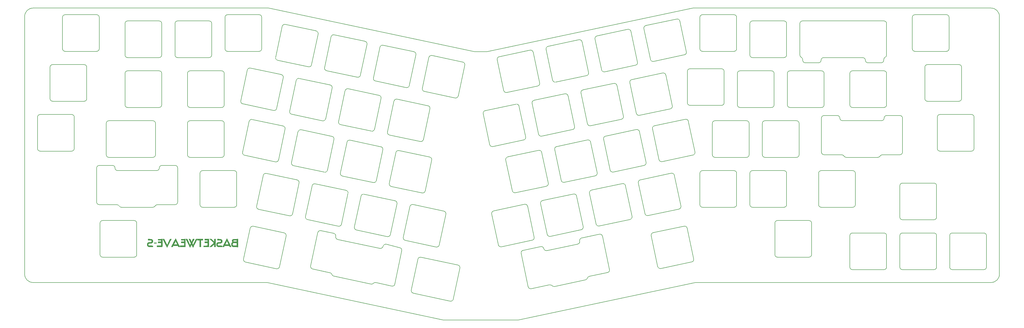
<source format=gbs>
G04 #@! TF.GenerationSoftware,KiCad,Pcbnew,6.0.2-378541a8eb~116~ubuntu21.10.1*
G04 #@! TF.CreationDate,2022-03-16T11:59:57+01:00*
G04 #@! TF.ProjectId,basketweave_plate,6261736b-6574-4776-9561-76655f706c61,rev?*
G04 #@! TF.SameCoordinates,Original*
G04 #@! TF.FileFunction,Soldermask,Bot*
G04 #@! TF.FilePolarity,Negative*
%FSLAX46Y46*%
G04 Gerber Fmt 4.6, Leading zero omitted, Abs format (unit mm)*
G04 Created by KiCad (PCBNEW 6.0.2-378541a8eb~116~ubuntu21.10.1) date 2022-03-16 11:59:57*
%MOMM*%
%LPD*%
G01*
G04 APERTURE LIST*
G04 #@! TA.AperFunction,Profile*
%ADD10C,0.200000*%
G04 #@! TD*
%ADD11C,0.100000*%
%ADD12C,0.010000*%
G04 APERTURE END LIST*
D10*
X243200858Y-127559435D02*
G75*
G03*
X242014800Y-126789200I-978146J-207911D01*
G01*
X245133475Y-141461414D02*
X238182808Y-142938824D01*
X245133475Y-141461415D02*
G75*
G03*
X245903711Y-140275354I-207911J978148D01*
G01*
X238182808Y-142938825D02*
G75*
G03*
X237439664Y-143607955I207913J-978148D01*
G01*
X242014800Y-126789200D02*
X235326226Y-128210900D01*
X214919907Y-146861165D02*
X212217055Y-134145246D01*
X236696518Y-144277086D02*
G75*
G03*
X237439663Y-143607955I-207913J978149D01*
G01*
X224007691Y-146463009D02*
G75*
G03*
X223056635Y-146153992I-743145J-669132D01*
G01*
X233785755Y-130583019D02*
G75*
G03*
X234555991Y-129396959I-207915J978150D01*
G01*
X224007691Y-146463009D02*
G75*
G03*
X224958747Y-146772026I743145J669132D01*
G01*
X212987291Y-132959187D02*
G75*
G03*
X212217055Y-134145246I207911J-978147D01*
G01*
X222047983Y-133077959D02*
X233785755Y-130583019D01*
X236696518Y-144277086D02*
X224958747Y-146772026D01*
X245903711Y-140275354D02*
X243200859Y-127559435D01*
X216105967Y-147631401D02*
X223056635Y-146153992D01*
X220861923Y-132307723D02*
G75*
G03*
X219675865Y-131537487I-978146J-207910D01*
G01*
X235326226Y-128210898D02*
G75*
G03*
X234555990Y-129396959I207911J-978148D01*
G01*
X214919906Y-146861165D02*
G75*
G03*
X216105967Y-147631401I978148J207911D01*
G01*
X219675865Y-131537487D02*
X212987291Y-132959187D01*
X220861924Y-132307723D02*
G75*
G03*
X222047983Y-133077959I978147J207911D01*
G01*
X319524504Y-60387507D02*
G75*
G03*
X320524504Y-61387507I1000000J0D01*
G01*
X351487500Y-58387506D02*
X351487500Y-46387500D01*
X318437500Y-58387500D02*
G75*
G03*
X318981000Y-59277223I1000000J0D01*
G01*
X343400517Y-60387507D02*
G75*
G03*
X344400517Y-61387507I1000000J0D01*
G01*
X350944000Y-59277229D02*
G75*
G03*
X350400500Y-60166952I456500J-889723D01*
G01*
X350944000Y-59277229D02*
G75*
G03*
X351487500Y-58387506I-456500J889723D01*
G01*
X350482515Y-45387499D02*
X319432509Y-45387499D01*
X349400520Y-61387508D02*
G75*
G03*
X350400521Y-60387507I0J1000001D01*
G01*
X344400517Y-61387508D02*
X349400520Y-61387508D01*
X319437500Y-45387500D02*
G75*
G03*
X318437500Y-46387500I0J-1000000D01*
G01*
X325524507Y-61387508D02*
G75*
G03*
X326524508Y-60387507I0J1000001D01*
G01*
X351487500Y-46387500D02*
G75*
G03*
X350487499Y-45387499I-1000001J0D01*
G01*
X320524504Y-61387508D02*
X325524507Y-61387508D01*
X350400500Y-60166952D02*
X350400521Y-60387507D01*
X343400517Y-60387507D02*
G75*
G03*
X342400516Y-59387506I-1000001J0D01*
G01*
X319524500Y-60166946D02*
G75*
G03*
X318981000Y-59277223I-1000000J0D01*
G01*
X327524508Y-59387507D02*
X342400516Y-59387507D01*
X327524508Y-59387507D02*
G75*
G03*
X326524508Y-60387507I0J-1000000D01*
G01*
X313387500Y-46387500D02*
G75*
G03*
X312387500Y-45387500I-1000000J0D01*
G01*
X318437500Y-46387500D02*
X318437500Y-58387500D01*
X319524500Y-60166946D02*
X319524504Y-60387507D01*
X28927500Y-81106250D02*
G75*
G03*
X27927500Y-82106250I0J-1000000D01*
G01*
X27927500Y-94106250D02*
G75*
G03*
X28927500Y-95106250I1000000J0D01*
G01*
X28927500Y-81106250D02*
X40927500Y-81106250D01*
X40927500Y-95106250D02*
X28927500Y-95106250D01*
X40927500Y-95106250D02*
G75*
G03*
X41927500Y-94106250I0J1000000D01*
G01*
X41927500Y-82106250D02*
X41927500Y-94106250D01*
X41927500Y-82106250D02*
G75*
G03*
X40927500Y-81106250I-1000000J0D01*
G01*
X27927500Y-94106250D02*
X27927500Y-82106250D01*
X46687500Y-63056250D02*
G75*
G03*
X45687500Y-62056250I-1000000J0D01*
G01*
X32687500Y-75056250D02*
G75*
G03*
X33687500Y-76056250I1000000J0D01*
G01*
X45687500Y-76056250D02*
X33687500Y-76056250D01*
X32687500Y-75056250D02*
X32687500Y-63056250D01*
X46687500Y-63056250D02*
X46687500Y-75056250D01*
X33687500Y-62056250D02*
G75*
G03*
X32687500Y-63056250I0J-1000000D01*
G01*
X45687500Y-76056250D02*
G75*
G03*
X46687500Y-75056250I0J1000000D01*
G01*
X33687500Y-62056250D02*
X45687500Y-62056250D01*
X380062500Y-63056250D02*
X380062500Y-75056250D01*
X379062500Y-76056250D02*
G75*
G03*
X380062500Y-75056250I0J1000000D01*
G01*
X379062500Y-76056250D02*
X367062500Y-76056250D01*
X380062500Y-63056250D02*
G75*
G03*
X379062500Y-62056250I-1000000J0D01*
G01*
X367062500Y-62056250D02*
G75*
G03*
X366062500Y-63056250I0J-1000000D01*
G01*
X367062500Y-62056250D02*
X379062500Y-62056250D01*
X366062500Y-75056250D02*
G75*
G03*
X367062500Y-76056250I1000000J0D01*
G01*
X366062500Y-75056250D02*
X366062500Y-63056250D01*
X174042718Y-135612290D02*
X188110514Y-138588750D01*
X262550733Y-126213914D02*
X274308691Y-123729750D01*
X264275437Y-139137745D02*
X261780497Y-127399974D01*
X185199748Y-152366756D02*
X171131956Y-149306356D01*
X140103936Y-142180198D02*
G75*
G03*
X139360791Y-141511067I-951057J-309017D01*
G01*
X174042718Y-135612290D02*
G75*
G03*
X172856659Y-136382527I-207911J-978148D01*
G01*
X188880750Y-139774810D02*
X186385808Y-151596520D01*
X277219454Y-137423814D02*
X265461496Y-139907981D01*
X170361720Y-148120298D02*
X172856660Y-136382527D01*
X170361720Y-148120298D02*
G75*
G03*
X171131956Y-149306356I978147J-207911D01*
G01*
X277219454Y-137423814D02*
G75*
G03*
X277989690Y-136237756I-207911J978147D01*
G01*
X275494750Y-124499985D02*
X277989690Y-136237756D01*
X262550733Y-126213914D02*
G75*
G03*
X261780496Y-127399973I207911J-978148D01*
G01*
X185199748Y-152366756D02*
G75*
G03*
X186385808Y-151596520I207912J978148D01*
G01*
X264275437Y-139137745D02*
G75*
G03*
X265461497Y-139907981I978148J207912D01*
G01*
X275494750Y-124499985D02*
G75*
G03*
X274308691Y-123729750I-978147J-207912D01*
G01*
X188880750Y-139774810D02*
G75*
G03*
X188110514Y-138588750I-978148J207912D01*
G01*
X140103937Y-142180198D02*
G75*
G03*
X140847080Y-142849327I951054J309017D01*
G01*
X162929690Y-146631666D02*
G75*
G03*
X164115750Y-145861430I207912J978148D01*
G01*
X141581031Y-127670225D02*
G75*
G03*
X140810796Y-126484166I-978147J207912D01*
G01*
X132031146Y-138930762D02*
G75*
G03*
X132801383Y-140116821I978148J-207911D01*
G01*
X162929690Y-146631666D02*
X156899964Y-145234235D01*
X158426191Y-132203179D02*
G75*
G03*
X159612251Y-131432943I207912J978148D01*
G01*
X140810795Y-126484165D02*
X135920057Y-125444607D01*
X156899964Y-145234235D02*
G75*
G03*
X155948909Y-145543252I-207911J-978146D01*
G01*
X132801382Y-140116821D02*
X139360791Y-141511067D01*
X154997851Y-145852269D02*
G75*
G03*
X155948908Y-145543252I207912J978148D01*
G01*
X166730965Y-133145511D02*
G75*
G03*
X165960728Y-131959452I-978148J207911D01*
G01*
X154997851Y-145852269D02*
X140847080Y-142849328D01*
X132031146Y-138930762D02*
X134733998Y-126214843D01*
X165960728Y-131959452D02*
X160798310Y-130662706D01*
X135920057Y-125444607D02*
G75*
G03*
X134733998Y-126214844I-207911J-978148D01*
G01*
X142351267Y-128856284D02*
X158426191Y-132203179D01*
X164115750Y-145861430D02*
X166730965Y-133145511D01*
X141581031Y-127670225D02*
G75*
G03*
X142351268Y-128856284I978148J-207911D01*
G01*
X160798310Y-130662706D02*
G75*
G03*
X159612250Y-131432942I-207912J-978148D01*
G01*
X167334796Y-128001317D02*
G75*
G03*
X168105032Y-129187375I978147J-207911D01*
G01*
X333680250Y-82487500D02*
G75*
G03*
X334680250Y-83487500I1000000J0D01*
G01*
X80331250Y-115537500D02*
X73625301Y-115537501D01*
X57455250Y-101537500D02*
G75*
G03*
X56455250Y-100537500I-1000000J0D01*
G01*
X57455250Y-101537500D02*
G75*
G03*
X58455250Y-102537500I1000000J0D01*
G01*
X56455250Y-100537500D02*
X51455250Y-100537500D01*
X332680250Y-81487500D02*
X327680250Y-81487500D01*
X51455250Y-100537500D02*
G75*
G03*
X50455250Y-101537500I0J-1000000D01*
G01*
X326680250Y-95487500D02*
G75*
G03*
X327680250Y-96487500I1000000J0D01*
G01*
X50455250Y-114537500D02*
X50455250Y-101537500D01*
X80331250Y-100537500D02*
X75331250Y-100537500D01*
X351556250Y-81487500D02*
G75*
G03*
X350556250Y-82487500I0J-1000000D01*
G01*
X81331250Y-101537500D02*
G75*
G03*
X80331250Y-100537500I-1000000J0D01*
G01*
X81331250Y-114537500D02*
X81331250Y-101537500D01*
X73625301Y-115537501D02*
G75*
G03*
X72759276Y-116037501I0J-1000000D01*
G01*
X333680250Y-82487500D02*
G75*
G03*
X332680250Y-81487500I-1000000J0D01*
G01*
X59027225Y-116037501D02*
G75*
G03*
X59893250Y-116537501I866025J500000D01*
G01*
X73331250Y-102537501D02*
G75*
G03*
X74331251Y-101537500I0J1000001D01*
G01*
X327680250Y-96487500D02*
X334386200Y-96487501D01*
X71893250Y-116537501D02*
G75*
G03*
X72759275Y-116037501I0J1000000D01*
G01*
X357556250Y-95487500D02*
X357556250Y-82487500D01*
X59027225Y-116037501D02*
G75*
G03*
X58161200Y-115537501I-866025J-500000D01*
G01*
X80331250Y-115537500D02*
G75*
G03*
X81331250Y-114537500I0J1000000D01*
G01*
X75331250Y-100537500D02*
G75*
G03*
X74331250Y-101537500I0J-1000000D01*
G01*
X50455250Y-114537500D02*
G75*
G03*
X51455250Y-115537500I1000000J0D01*
G01*
X51455250Y-115537500D02*
X58161200Y-115537501D01*
X168432815Y-70830285D02*
G75*
G03*
X169618875Y-70060049I207912J978148D01*
G01*
X174558521Y-71110002D02*
G75*
G03*
X175328757Y-72296060I978147J-207911D01*
G01*
X172113816Y-58322278D02*
X169618874Y-70060048D01*
X172113816Y-58322278D02*
G75*
G03*
X171343580Y-57136218I-978148J207912D01*
G01*
X174558521Y-71110002D02*
X177053461Y-59372231D01*
X168432815Y-70830285D02*
X156695045Y-68335343D01*
X155924809Y-67149285D02*
X158419749Y-55411514D01*
X178239519Y-58601994D02*
G75*
G03*
X177053460Y-59372231I-207911J-978148D01*
G01*
X178239519Y-58601994D02*
X189977291Y-61096935D01*
X190747528Y-62282995D02*
X188252586Y-74020765D01*
X161280947Y-87763355D02*
X163775887Y-76025584D01*
X155924809Y-67149285D02*
G75*
G03*
X156695045Y-68335343I978147J-207911D01*
G01*
X187066527Y-74791002D02*
G75*
G03*
X188252587Y-74020766I207912J978148D01*
G01*
X190747528Y-62282995D02*
G75*
G03*
X189977292Y-61096935I-978148J207912D01*
G01*
X173788953Y-91444355D02*
X162051183Y-88949413D01*
X164961945Y-75255347D02*
X176699717Y-77750288D01*
X164961945Y-75255347D02*
G75*
G03*
X163775886Y-76025584I-207911J-978148D01*
G01*
X173788953Y-91444355D02*
G75*
G03*
X174975013Y-90674119I207912J978148D01*
G01*
X159605807Y-54641277D02*
X171343579Y-57136218D01*
X159605807Y-54641277D02*
G75*
G03*
X158419748Y-55411514I-207911J-978148D01*
G01*
X187066527Y-74791002D02*
X175328757Y-72296060D01*
X137291097Y-63188567D02*
G75*
G03*
X138061333Y-64374625I978147J-207911D01*
G01*
X153480104Y-54361560D02*
X150985162Y-66099330D01*
X131165392Y-62908849D02*
X119427622Y-60413907D01*
X118657386Y-59227849D02*
G75*
G03*
X119427622Y-60413907I978147J-207911D01*
G01*
X140972095Y-50680559D02*
X152709867Y-53175500D01*
X149799103Y-66869567D02*
X138061333Y-64374625D01*
X149799103Y-66869567D02*
G75*
G03*
X150985163Y-66099331I207912J978148D01*
G01*
X134846393Y-50400842D02*
G75*
G03*
X134076157Y-49214782I-978148J207912D01*
G01*
X137291097Y-63188567D02*
X139786037Y-51450796D01*
X122338384Y-46719841D02*
X134076156Y-49214782D01*
X140972095Y-50680559D02*
G75*
G03*
X139786036Y-51450796I-207911J-978148D01*
G01*
X153480104Y-54361560D02*
G75*
G03*
X152709868Y-53175500I-978148J207912D01*
G01*
X122338384Y-46719841D02*
G75*
G03*
X121152325Y-47490078I-207911J-978148D01*
G01*
X131165392Y-62908849D02*
G75*
G03*
X132351452Y-62138613I207912J978148D01*
G01*
X118657386Y-59227849D02*
X121152326Y-47490078D01*
X134846393Y-50400842D02*
X132351451Y-62138612D01*
X237511709Y-84654339D02*
G75*
G03*
X238697769Y-85424575I978148J207912D01*
G01*
X259776855Y-47155720D02*
G75*
G03*
X259006618Y-48341779I207911J-978148D01*
G01*
X242867848Y-64040268D02*
X240372908Y-52302497D01*
X217153294Y-75691226D02*
X228891065Y-73196286D01*
X235787005Y-71730508D02*
G75*
G03*
X235016768Y-72916567I207911J-978148D01*
G01*
X222509432Y-55077155D02*
X234247203Y-52582215D01*
X222509432Y-55077155D02*
G75*
G03*
X221739195Y-56263214I207911J-978148D01*
G01*
X259776855Y-47155720D02*
X271514626Y-44660780D01*
X218524254Y-70236999D02*
X206786483Y-72731940D01*
X205600424Y-71961704D02*
G75*
G03*
X206786484Y-72731940I978148J207912D01*
G01*
X255791678Y-62315563D02*
X244053907Y-64810504D01*
X256145421Y-80693621D02*
X253650481Y-68955850D01*
X224234136Y-68000986D02*
G75*
G03*
X225420196Y-68771222I978148J207912D01*
G01*
X216799550Y-57313169D02*
X219294490Y-69050940D01*
X274425389Y-58354846D02*
G75*
G03*
X275195625Y-57168788I-207911J978147D01*
G01*
X217153294Y-75691226D02*
G75*
G03*
X216383057Y-76877285I207911J-978148D01*
G01*
X261501559Y-60079551D02*
X259006619Y-48341780D01*
X256145421Y-80693621D02*
G75*
G03*
X257331481Y-81463857I978148J207912D01*
G01*
X254066974Y-49391733D02*
X256561914Y-61129504D01*
X218524254Y-70236999D02*
G75*
G03*
X219294490Y-69050941I-207911J978147D01*
G01*
X261501559Y-60079551D02*
G75*
G03*
X262687619Y-60849787I978148J207912D01*
G01*
X394493750Y-43656250D02*
G75*
G03*
X391318750Y-40481250I-3175000J0D01*
G01*
X26193750Y-40481250D02*
G75*
G03*
X23018750Y-43656250I0J-3175000D01*
G01*
X182562500Y-159543750D02*
X211137500Y-159543750D01*
X248710835Y-70005804D02*
X251205775Y-81743575D01*
X200244286Y-92575774D02*
G75*
G03*
X201430346Y-93346010I978148J207912D01*
G01*
X213168116Y-90851069D02*
X201430345Y-93346010D01*
X242867848Y-64040268D02*
G75*
G03*
X244053908Y-64810504I978148J207912D01*
G01*
X231801828Y-86890352D02*
X220064057Y-89385293D01*
X216799550Y-57313169D02*
G75*
G03*
X215613491Y-56542934I-978147J-207912D01*
G01*
X235433262Y-53352451D02*
G75*
G03*
X234247203Y-52582216I-978147J-207912D01*
G01*
X218877998Y-88615057D02*
X216383058Y-76877286D01*
X198519582Y-79651943D02*
G75*
G03*
X197749345Y-80838002I207911J-978148D01*
G01*
X267344547Y-66045086D02*
G75*
G03*
X266158488Y-65274851I-978147J-207912D01*
G01*
X198519582Y-79651943D02*
X210257353Y-77157003D01*
X211443412Y-77927239D02*
X213938352Y-89665010D01*
X231801828Y-86890352D02*
G75*
G03*
X232572064Y-85704294I-207911J978147D01*
G01*
X211443412Y-77927239D02*
G75*
G03*
X210257353Y-77157004I-978147J-207912D01*
G01*
X200244286Y-92575774D02*
X197749346Y-80838003D01*
X272700685Y-45431016D02*
X275195625Y-57168787D01*
X272700685Y-45431016D02*
G75*
G03*
X271514626Y-44660781I-978147J-207912D01*
G01*
X230077124Y-73966522D02*
X232572064Y-85704293D01*
X213168116Y-90851069D02*
G75*
G03*
X213938352Y-89665011I-207911J978147D01*
G01*
X241143144Y-51116437D02*
X252880915Y-48621497D01*
X255791678Y-62315563D02*
G75*
G03*
X256561914Y-61129505I-207911J978147D01*
G01*
X241143144Y-51116437D02*
G75*
G03*
X240372907Y-52302496I207911J-978148D01*
G01*
X250435539Y-82929634D02*
G75*
G03*
X251205775Y-81743576I-207911J978147D01*
G01*
X237157966Y-66276281D02*
G75*
G03*
X237928202Y-65090223I-207911J978147D01*
G01*
X224234136Y-68000986D02*
X221739196Y-56263215D01*
X203875720Y-59037873D02*
X215613491Y-56542933D01*
X218877998Y-88615057D02*
G75*
G03*
X220064058Y-89385293I978148J207912D01*
G01*
X250435539Y-82929634D02*
X238697768Y-85424575D01*
X235433262Y-53352451D02*
X237928202Y-65090222D01*
X203875720Y-59037873D02*
G75*
G03*
X203105483Y-60223932I207911J-978148D01*
G01*
X237157966Y-66276281D02*
X225420195Y-68771222D01*
X205600424Y-71961704D02*
X203105484Y-60223933D01*
X391318750Y-145256250D02*
X278606250Y-145256250D01*
X391318750Y-145256250D02*
G75*
G03*
X394493750Y-142081250I0J3175000D01*
G01*
X274425389Y-58354846D02*
X262687618Y-60849787D01*
X230077124Y-73966522D02*
G75*
G03*
X228891065Y-73196287I-978147J-207912D01*
G01*
X237511709Y-84654339D02*
X235016769Y-72916568D01*
X235787005Y-71730508D02*
X247524776Y-69235568D01*
X254066974Y-49391733D02*
G75*
G03*
X252880915Y-48621498I-978147J-207912D01*
G01*
X248710835Y-70005804D02*
G75*
G03*
X247524776Y-69235569I-978147J-207912D01*
G01*
X357537500Y-126350000D02*
X369537500Y-126350000D01*
X389537500Y-127350000D02*
G75*
G03*
X388537500Y-126350000I-1000000J0D01*
G01*
X369537500Y-140350000D02*
G75*
G03*
X370537500Y-139350000I0J1000000D01*
G01*
X26193750Y-145256250D02*
X115443000Y-145256250D01*
X391318750Y-40481250D02*
X277812500Y-40481250D01*
X356537500Y-139350000D02*
G75*
G03*
X357537500Y-140350000I1000000J0D01*
G01*
X370537500Y-127350000D02*
G75*
G03*
X369537500Y-126350000I-1000000J0D01*
G01*
X370537500Y-127350000D02*
X370537500Y-139350000D01*
X199231250Y-57150000D02*
X194468750Y-57150000D01*
X357537500Y-126350000D02*
G75*
G03*
X356537500Y-127350000I0J-1000000D01*
G01*
X23018750Y-43656250D02*
X23018750Y-142081250D01*
X388537500Y-140350000D02*
X376537500Y-140350000D01*
X369537500Y-140350000D02*
X357537500Y-140350000D01*
X388537500Y-140350000D02*
G75*
G03*
X389537500Y-139350000I0J1000000D01*
G01*
X351487500Y-127350000D02*
G75*
G03*
X350487500Y-126350000I-1000000J0D01*
G01*
X278606250Y-145256250D02*
X211137500Y-159543750D01*
X115443000Y-145256250D02*
X182562500Y-159543750D01*
X277812500Y-40481250D02*
X199231250Y-57150000D01*
X23018750Y-142081250D02*
G75*
G03*
X26193750Y-145256250I3175000J0D01*
G01*
X115887500Y-40481250D02*
X194468750Y-57150000D01*
X376537500Y-126350000D02*
X388537500Y-126350000D01*
X26193750Y-40481250D02*
X115887500Y-40481250D01*
X375537500Y-139350000D02*
X375537500Y-127350000D01*
X375537500Y-139350000D02*
G75*
G03*
X376537500Y-140350000I1000000J0D01*
G01*
X394493750Y-43656250D02*
X394493750Y-142081250D01*
X389537500Y-127350000D02*
X389537500Y-139350000D01*
X376537500Y-126350000D02*
G75*
G03*
X375537500Y-127350000I0J-1000000D01*
G01*
X356537500Y-139350000D02*
X356537500Y-127350000D01*
X178167665Y-98560239D02*
G75*
G03*
X177397429Y-97374179I-978148J207912D01*
G01*
X161978658Y-107387246D02*
G75*
G03*
X162748894Y-108573304I978147J-207911D01*
G01*
X148701084Y-124040599D02*
G75*
G03*
X149471320Y-125226657I978147J-207911D01*
G01*
X174486664Y-111068246D02*
G75*
G03*
X175672724Y-110298010I207912J978148D01*
G01*
X161209090Y-127721599D02*
X149471320Y-125226657D01*
X115114658Y-103611156D02*
X126852430Y-106106097D01*
X123941666Y-119800164D02*
G75*
G03*
X125127726Y-119029928I207912J978148D01*
G01*
X159533953Y-94599522D02*
X157039011Y-106337292D01*
X110140495Y-123797677D02*
G75*
G03*
X108954436Y-124567914I-207911J-978148D01*
G01*
X118967503Y-139986685D02*
G75*
G03*
X120153563Y-139216449I207912J978148D01*
G01*
X122648504Y-127478678D02*
G75*
G03*
X121878268Y-126292618I-978148J207912D01*
G01*
X123941666Y-119800164D02*
X112203896Y-117305222D01*
X161209090Y-127721599D02*
G75*
G03*
X162395150Y-126951363I207912J978148D01*
G01*
X122648504Y-127478678D02*
X120153562Y-139216448D01*
X106459497Y-136305685D02*
G75*
G03*
X107229733Y-137491743I978147J-207911D01*
G01*
X110140495Y-123797677D02*
X121878267Y-126292618D01*
X115114658Y-103611156D02*
G75*
G03*
X113928599Y-104381393I-207911J-978148D01*
G01*
X159533953Y-94599522D02*
G75*
G03*
X158763717Y-93413462I-978148J207912D01*
G01*
X161978658Y-107387246D02*
X164473598Y-95649475D01*
X127622667Y-107292157D02*
X125127725Y-119029927D01*
X106459497Y-136305685D02*
X108954437Y-124567914D01*
X171015794Y-115493309D02*
X182753566Y-117988250D01*
X152382082Y-111532591D02*
X164119854Y-114027532D01*
X143344946Y-103426529D02*
G75*
G03*
X144115182Y-104612587I978147J-207911D01*
G01*
X147025944Y-90918521D02*
G75*
G03*
X145839885Y-91688758I-207911J-978148D01*
G01*
X133748370Y-107571874D02*
X145486142Y-110066815D01*
X146256379Y-111252875D02*
G75*
G03*
X145486143Y-110066815I-978148J207912D01*
G01*
X152382082Y-111532591D02*
G75*
G03*
X151196023Y-112302828I-207911J-978148D01*
G01*
X164890091Y-115213592D02*
X162395149Y-126951362D01*
X142575378Y-123760882D02*
X130837608Y-121265940D01*
X130067372Y-120079882D02*
X132562312Y-108342111D01*
X148701084Y-124040599D02*
X151196024Y-112302828D01*
X142575378Y-123760882D02*
G75*
G03*
X143761438Y-122990646I207912J978148D01*
G01*
X165659656Y-94879238D02*
G75*
G03*
X164473597Y-95649475I-207911J-978148D01*
G01*
X133748370Y-107571874D02*
G75*
G03*
X132562311Y-108342111I-207911J-978148D01*
G01*
X130067372Y-120079882D02*
G75*
G03*
X130837608Y-121265940I978147J-207911D01*
G01*
X146256379Y-111252875D02*
X143761437Y-122990645D01*
X165659656Y-94879238D02*
X177397428Y-97374179D01*
X164890091Y-115213592D02*
G75*
G03*
X164119855Y-114027532I-978148J207912D01*
G01*
X111433660Y-116119164D02*
X113928600Y-104381393D01*
X127622667Y-107292157D02*
G75*
G03*
X126852431Y-106106097I-978148J207912D01*
G01*
X111433660Y-116119164D02*
G75*
G03*
X112203896Y-117305222I978147J-207911D01*
G01*
X118967503Y-139986685D02*
X107229733Y-137491743D01*
X155852952Y-107107529D02*
G75*
G03*
X157039012Y-106337293I207912J978148D01*
G01*
X174486664Y-111068246D02*
X162748894Y-108573304D01*
X178167665Y-98560239D02*
X175672723Y-110298009D01*
X121568819Y-67054195D02*
G75*
G03*
X120798583Y-65868135I-978148J207912D01*
G01*
X140202531Y-71014913D02*
G75*
G03*
X139432295Y-69828853I-978148J207912D01*
G01*
X140202531Y-71014913D02*
X137707589Y-82752683D01*
X128392232Y-86957803D02*
G75*
G03*
X127206173Y-87728040I-207911J-978148D01*
G01*
X140900241Y-90638804D02*
G75*
G03*
X140130005Y-89452744I-978148J207912D01*
G01*
X124711234Y-99465811D02*
G75*
G03*
X125481470Y-100651869I978147J-207911D01*
G01*
X140900241Y-90638804D02*
X138405299Y-102376574D01*
X147025944Y-90918521D02*
X158763716Y-93413462D01*
X117887818Y-79562202D02*
G75*
G03*
X119073878Y-78791966I207912J978148D01*
G01*
X127694522Y-67333912D02*
G75*
G03*
X126508463Y-68104149I-207911J-978148D01*
G01*
X124013524Y-79841920D02*
X126508464Y-68104149D01*
X118585528Y-99186093D02*
X106847758Y-96691151D01*
X124711234Y-99465811D02*
X127206174Y-87728040D01*
X155852952Y-107107529D02*
X144115182Y-104612587D01*
X143344946Y-103426529D02*
X145839886Y-91688758D01*
X142647236Y-83802637D02*
G75*
G03*
X143417472Y-84988695I978147J-207911D01*
G01*
X109758520Y-82997085D02*
X121496292Y-85492026D01*
X136521530Y-83522920D02*
X124783760Y-81027978D01*
X177469954Y-78936348D02*
G75*
G03*
X176699718Y-77750288I-978148J207912D01*
G01*
X177469954Y-78936348D02*
X174975012Y-90674118D01*
X155155242Y-87483637D02*
X143417472Y-84988695D01*
X146328234Y-71294629D02*
G75*
G03*
X145142175Y-72064866I-207911J-978148D01*
G01*
X105379812Y-75881202D02*
G75*
G03*
X106150048Y-77067260I978147J-207911D01*
G01*
X106077522Y-95505093D02*
X108572462Y-83767322D01*
X127694522Y-67333912D02*
X139432294Y-69828853D01*
X109758520Y-82997085D02*
G75*
G03*
X108572461Y-83767322I-207911J-978148D01*
G01*
X106077522Y-95505093D02*
G75*
G03*
X106847758Y-96691151I978147J-207911D01*
G01*
X155155242Y-87483637D02*
G75*
G03*
X156341302Y-86713401I207912J978148D01*
G01*
X105379812Y-75881202D02*
X107874752Y-64143431D01*
X142647236Y-83802637D02*
X145142176Y-72064866D01*
X117887818Y-79562202D02*
X106150048Y-77067260D01*
X121568819Y-67054195D02*
X119073877Y-78791965D01*
X122266529Y-86678086D02*
G75*
G03*
X121496293Y-85492026I-978148J207912D01*
G01*
X158836243Y-74975630D02*
X156341301Y-86713400D01*
X136521530Y-83522920D02*
G75*
G03*
X137707590Y-82752684I207912J978148D01*
G01*
X109060810Y-63373194D02*
X120798582Y-65868135D01*
X122266529Y-86678086D02*
X119771587Y-98415856D01*
X128392232Y-86957803D02*
X140130004Y-89452744D01*
X137219240Y-103146811D02*
X125481470Y-100651869D01*
X137219240Y-103146811D02*
G75*
G03*
X138405300Y-102376575I207912J978148D01*
G01*
X158836243Y-74975630D02*
G75*
G03*
X158066007Y-73789570I-978148J207912D01*
G01*
X146328234Y-71294629D02*
X158066006Y-73789570D01*
X118585528Y-99186093D02*
G75*
G03*
X119771588Y-98415857I207912J978148D01*
G01*
X124013524Y-79841920D02*
G75*
G03*
X124783760Y-81027978I978147J-207911D01*
G01*
X161280947Y-87763355D02*
G75*
G03*
X162051183Y-88949413I978147J-207911D01*
G01*
X109060810Y-63373194D02*
G75*
G03*
X107874751Y-64143431I-207911J-978148D01*
G01*
X216431123Y-129108672D02*
X204693352Y-131603613D01*
X259054685Y-100573166D02*
G75*
G03*
X259824921Y-99387108I-207911J978147D01*
G01*
X264764567Y-98337154D02*
G75*
G03*
X265950627Y-99107390I978148J207912D01*
G01*
X264764567Y-98337154D02*
X262269627Y-86599383D01*
X246130855Y-102297871D02*
G75*
G03*
X247316915Y-103068107I978148J207912D01*
G01*
X222141005Y-126872660D02*
X219646065Y-115134889D01*
X225772439Y-93334758D02*
G75*
G03*
X225002202Y-94520817I207911J-978148D01*
G01*
X221787262Y-108494602D02*
G75*
G03*
X222557498Y-107308544I-207911J978147D01*
G01*
X208863432Y-110219307D02*
G75*
G03*
X210049492Y-110989543I978148J207912D01*
G01*
X220062558Y-95570772D02*
G75*
G03*
X218876499Y-94800537I-978147J-207912D01*
G01*
X277688397Y-96612449D02*
G75*
G03*
X278458633Y-95426391I-207911J978147D01*
G01*
X275963693Y-83688619D02*
X278458633Y-95426390D01*
X244406151Y-89374040D02*
G75*
G03*
X243635914Y-90560099I207911J-978148D01*
G01*
X225772439Y-93334758D02*
X237510210Y-90839818D01*
X220062558Y-95570772D02*
X222557498Y-107308543D01*
X208863432Y-110219307D02*
X206368492Y-98481536D01*
X254420717Y-67769790D02*
X266158488Y-65274850D01*
X267344547Y-66045086D02*
X269839487Y-77782857D01*
X263039863Y-85413323D02*
X274777634Y-82918383D01*
X240420973Y-104533884D02*
X228683202Y-107028825D01*
X238696269Y-91610054D02*
G75*
G03*
X237510210Y-90839819I-978147J-207912D01*
G01*
X257329981Y-87649336D02*
G75*
G03*
X256143922Y-86879101I-978147J-207912D01*
G01*
X238696269Y-91610054D02*
X241191209Y-103347825D01*
X240420973Y-104533884D02*
G75*
G03*
X241191209Y-103347826I-207911J978147D01*
G01*
X207138728Y-97295476D02*
X218876499Y-94800536D01*
X277688397Y-96612449D02*
X265950626Y-99107390D01*
X269069251Y-78968916D02*
X257331480Y-81463857D01*
X269069251Y-78968916D02*
G75*
G03*
X269839487Y-77782858I-207911J978147D01*
G01*
X257329981Y-87649336D02*
X259824921Y-99387107D01*
X254420717Y-67769790D02*
G75*
G03*
X253650480Y-68955849I207911J-978148D01*
G01*
X244406151Y-89374040D02*
X256143922Y-86879100D01*
X203507293Y-130833377D02*
G75*
G03*
X204693353Y-131603613I978148J207912D01*
G01*
X214706419Y-116184842D02*
G75*
G03*
X213520360Y-115414607I-978147J-207912D01*
G01*
X246130855Y-102297871D02*
X243635915Y-90560100D01*
X203507293Y-130833377D02*
X201012353Y-119095606D01*
X263039863Y-85413323D02*
G75*
G03*
X262269626Y-86599382I207911J-978148D01*
G01*
X216431123Y-129108672D02*
G75*
G03*
X217201359Y-127922614I-207911J978147D01*
G01*
X259054685Y-100573166D02*
X247316914Y-103068107D01*
X227497143Y-106258589D02*
G75*
G03*
X228683203Y-107028825I978148J207912D01*
G01*
X201782589Y-117909546D02*
X213520360Y-115414606D01*
X227497143Y-106258589D02*
X225002203Y-94520818D01*
X214706419Y-116184842D02*
X217201359Y-127922613D01*
X221787262Y-108494602D02*
X210049491Y-110989543D01*
X207138728Y-97295476D02*
G75*
G03*
X206368491Y-98481535I207911J-978148D01*
G01*
X275963693Y-83688619D02*
G75*
G03*
X274777634Y-82918384I-978147J-207912D01*
G01*
X201782589Y-117909546D02*
G75*
G03*
X201012352Y-119095605I207911J-978148D01*
G01*
X383825000Y-95106250D02*
X371825000Y-95106250D01*
X374300000Y-57006250D02*
X362300000Y-57006250D01*
X38450000Y-43006250D02*
X50450000Y-43006250D01*
X50450000Y-57006250D02*
G75*
G03*
X51450000Y-56006250I0J1000000D01*
G01*
X74262500Y-59387500D02*
G75*
G03*
X75262500Y-58387500I0J1000000D01*
G01*
X38450000Y-43006250D02*
G75*
G03*
X37450000Y-44006250I0J-1000000D01*
G01*
X374300000Y-57006250D02*
G75*
G03*
X375300000Y-56006250I0J1000000D01*
G01*
X361300000Y-56006250D02*
G75*
G03*
X362300000Y-57006250I1000000J0D01*
G01*
X362300000Y-43006250D02*
G75*
G03*
X361300000Y-44006250I0J-1000000D01*
G01*
X375300000Y-44006250D02*
X375300000Y-56006250D01*
X362300000Y-43006250D02*
X374300000Y-43006250D01*
X361300000Y-56006250D02*
X361300000Y-44006250D01*
X74262500Y-59387500D02*
X62262500Y-59387500D01*
X61262500Y-58387500D02*
G75*
G03*
X62262500Y-59387500I1000000J0D01*
G01*
X371825000Y-81106250D02*
X383825000Y-81106250D01*
X371825000Y-81106250D02*
G75*
G03*
X370825000Y-82106250I0J-1000000D01*
G01*
X384825000Y-82106250D02*
G75*
G03*
X383825000Y-81106250I-1000000J0D01*
G01*
X51450000Y-44006250D02*
X51450000Y-56006250D01*
X37450000Y-56006250D02*
X37450000Y-44006250D01*
X50450000Y-57006250D02*
X38450000Y-57006250D01*
X37450000Y-56006250D02*
G75*
G03*
X38450000Y-57006250I1000000J0D01*
G01*
X375300000Y-44006250D02*
G75*
G03*
X374300000Y-43006250I-1000000J0D01*
G01*
X51450000Y-44006250D02*
G75*
G03*
X50450000Y-43006250I-1000000J0D01*
G01*
X383825000Y-95106250D02*
G75*
G03*
X384825000Y-94106250I0J1000000D01*
G01*
X384825000Y-82106250D02*
X384825000Y-94106250D01*
X370825000Y-94106250D02*
X370825000Y-82106250D01*
X370825000Y-94106250D02*
G75*
G03*
X371825000Y-95106250I1000000J0D01*
G01*
X233340131Y-112224125D02*
G75*
G03*
X232154072Y-111453890I-978147J-207912D01*
G01*
X251973843Y-108263407D02*
G75*
G03*
X250787784Y-107493172I-978147J-207912D01*
G01*
X171015794Y-115493309D02*
G75*
G03*
X169829735Y-116263546I-207911J-978148D01*
G01*
X259408429Y-118951224D02*
X256913489Y-107213453D01*
X183523803Y-119174310D02*
X181028861Y-130912080D01*
X179842802Y-131682317D02*
G75*
G03*
X181028862Y-130912081I207912J978148D01*
G01*
X257683725Y-106027393D02*
X269421496Y-103532453D01*
X270607555Y-104302689D02*
X273102495Y-116040460D01*
X257683725Y-106027393D02*
G75*
G03*
X256913488Y-107213452I207911J-978148D01*
G01*
X253698547Y-121187237D02*
X241960776Y-123682178D01*
X251973843Y-108263407D02*
X254468783Y-120001178D01*
X272332259Y-117226519D02*
X260594488Y-119721460D01*
X253698547Y-121187237D02*
G75*
G03*
X254468783Y-120001179I-207911J978147D01*
G01*
X240774717Y-122911942D02*
G75*
G03*
X241960777Y-123682178I978148J207912D01*
G01*
X183523803Y-119174310D02*
G75*
G03*
X182753567Y-117988250I-978148J207912D01*
G01*
X270607555Y-104302689D02*
G75*
G03*
X269421496Y-103532454I-978147J-207912D01*
G01*
X167334796Y-128001317D02*
X169829736Y-116263546D01*
X272332259Y-117226519D02*
G75*
G03*
X273102495Y-116040461I-207911J978147D01*
G01*
X259408429Y-118951224D02*
G75*
G03*
X260594489Y-119721460I978148J207912D01*
G01*
X239050013Y-109988111D02*
G75*
G03*
X238279776Y-111174170I207911J-978148D01*
G01*
X240774717Y-122911942D02*
X238279777Y-111174171D01*
X179842802Y-131682317D02*
X168105032Y-129187375D01*
X239050013Y-109988111D02*
X250787784Y-107493171D01*
X235064835Y-125147955D02*
X223327064Y-127642896D01*
X220416301Y-113948829D02*
X232154072Y-111453889D01*
X233340131Y-112224125D02*
X235835071Y-123961896D01*
X235064835Y-125147955D02*
G75*
G03*
X235835071Y-123961897I-207911J978147D01*
G01*
X220416301Y-113948829D02*
G75*
G03*
X219646064Y-115134888I207911J-978148D01*
G01*
X222141005Y-126872660D02*
G75*
G03*
X223327065Y-127642896I978148J207912D01*
G01*
X294337500Y-44006250D02*
G75*
G03*
X293337500Y-43006250I-1000000J0D01*
G01*
X102837500Y-116537500D02*
X90837500Y-116537500D01*
X102837500Y-116537500D02*
G75*
G03*
X103837500Y-115537500I0J1000000D01*
G01*
X86075000Y-83487500D02*
G75*
G03*
X85075000Y-84487500I0J-1000000D01*
G01*
X89837500Y-115537500D02*
G75*
G03*
X90837500Y-116537500I1000000J0D01*
G01*
X98075000Y-97487500D02*
X86075000Y-97487500D01*
X100362500Y-43006250D02*
G75*
G03*
X99362500Y-44006250I0J-1000000D01*
G01*
X337487500Y-77437500D02*
G75*
G03*
X338487500Y-78437500I1000000J0D01*
G01*
X299387500Y-58387500D02*
G75*
G03*
X300387500Y-59387500I1000000J0D01*
G01*
X99075000Y-65437500D02*
X99075000Y-77437500D01*
X85075000Y-96487500D02*
X85075000Y-84487500D01*
X100362500Y-43006250D02*
X112362500Y-43006250D01*
X90837500Y-102537500D02*
G75*
G03*
X89837500Y-103537500I0J-1000000D01*
G01*
X90837500Y-102537500D02*
X102837500Y-102537500D01*
X94312500Y-46387500D02*
X94312500Y-58387500D01*
X81312500Y-45387500D02*
G75*
G03*
X80312500Y-46387500I0J-1000000D01*
G01*
X350487500Y-78437500D02*
X338487500Y-78437500D01*
X98075000Y-78437500D02*
G75*
G03*
X99075000Y-77437500I0J1000000D01*
G01*
X99075000Y-65437500D02*
G75*
G03*
X98075000Y-64437500I-1000000J0D01*
G01*
X113362500Y-44006250D02*
X113362500Y-56006250D01*
X98075000Y-97487500D02*
G75*
G03*
X99075000Y-96487500I0J1000000D01*
G01*
X86075000Y-64437500D02*
X98075000Y-64437500D01*
X94312500Y-46387500D02*
G75*
G03*
X93312500Y-45387500I-1000000J0D01*
G01*
X103837500Y-103537500D02*
X103837500Y-115537500D01*
X86075000Y-64437500D02*
G75*
G03*
X85075000Y-65437500I0J-1000000D01*
G01*
X312387500Y-59387500D02*
X300387500Y-59387500D01*
X80312500Y-58387500D02*
X80312500Y-46387500D01*
X300387500Y-45387500D02*
G75*
G03*
X299387500Y-46387500I0J-1000000D01*
G01*
X93312500Y-59387500D02*
X81312500Y-59387500D01*
X93312500Y-59387500D02*
G75*
G03*
X94312500Y-58387500I0J1000000D01*
G01*
X65737500Y-122587500D02*
G75*
G03*
X64737500Y-121587500I-1000000J0D01*
G01*
X112362500Y-57006250D02*
X100362500Y-57006250D01*
X300387500Y-45387500D02*
X312387500Y-45387500D01*
X103837500Y-103537500D02*
G75*
G03*
X102837500Y-102537500I-1000000J0D01*
G01*
X80312500Y-58387500D02*
G75*
G03*
X81312500Y-59387500I1000000J0D01*
G01*
X52737500Y-121587500D02*
X64737500Y-121587500D01*
X299387500Y-58387500D02*
X299387500Y-46387500D01*
X86075000Y-83487500D02*
X98075000Y-83487500D01*
X85075000Y-96487500D02*
G75*
G03*
X86075000Y-97487500I1000000J0D01*
G01*
X350487500Y-78437500D02*
G75*
G03*
X351487500Y-77437500I0J1000000D01*
G01*
X99075000Y-84487500D02*
X99075000Y-96487500D01*
X293337500Y-57006250D02*
X281337500Y-57006250D01*
X338487500Y-64437500D02*
G75*
G03*
X337487500Y-65437500I0J-1000000D01*
G01*
X293337500Y-57006250D02*
G75*
G03*
X294337500Y-56006250I0J1000000D01*
G01*
X98075000Y-78437500D02*
X86075000Y-78437500D01*
X280337500Y-56006250D02*
G75*
G03*
X281337500Y-57006250I1000000J0D01*
G01*
X89837500Y-115537500D02*
X89837500Y-103537500D01*
X85075000Y-77437500D02*
G75*
G03*
X86075000Y-78437500I1000000J0D01*
G01*
X99075000Y-84487500D02*
G75*
G03*
X98075000Y-83487500I-1000000J0D01*
G01*
X313387500Y-46387500D02*
X313387500Y-58387500D01*
X281337500Y-43006250D02*
G75*
G03*
X280337500Y-44006250I0J-1000000D01*
G01*
X113362500Y-44006250D02*
G75*
G03*
X112362500Y-43006250I-1000000J0D01*
G01*
X294337500Y-44006250D02*
X294337500Y-56006250D01*
X85075000Y-77437500D02*
X85075000Y-65437500D01*
X99362500Y-56006250D02*
X99362500Y-44006250D01*
X281337500Y-43006250D02*
X293337500Y-43006250D01*
X112362500Y-57006250D02*
G75*
G03*
X113362500Y-56006250I0J1000000D01*
G01*
X99362500Y-56006250D02*
G75*
G03*
X100362500Y-57006250I1000000J0D01*
G01*
X81312500Y-45387500D02*
X93312500Y-45387500D01*
X65737500Y-122587500D02*
X65737500Y-134587500D01*
X337487500Y-77437500D02*
X337487500Y-65437500D01*
X312387500Y-59387500D02*
G75*
G03*
X313387500Y-58387500I0J1000000D01*
G01*
X280337500Y-56006250D02*
X280337500Y-44006250D01*
X64737500Y-135587500D02*
G75*
G03*
X65737500Y-134587500I0J1000000D01*
G01*
X64737500Y-135587500D02*
X52737500Y-135587500D01*
X51737500Y-134587500D02*
G75*
G03*
X52737500Y-135587500I1000000J0D01*
G01*
X58455250Y-102537500D02*
X73331250Y-102537501D01*
X54118750Y-96487500D02*
X54118750Y-84487500D01*
X72881250Y-84487500D02*
G75*
G03*
X71881250Y-83487500I-1000000J0D01*
G01*
X74262500Y-78437500D02*
X62262500Y-78437500D01*
X74262500Y-78437500D02*
G75*
G03*
X75262500Y-77437500I0J1000000D01*
G01*
X61262500Y-77437500D02*
G75*
G03*
X62262500Y-78437500I1000000J0D01*
G01*
X75262500Y-46387500D02*
X75262500Y-58387500D01*
X52737500Y-121587500D02*
G75*
G03*
X51737500Y-122587500I0J-1000000D01*
G01*
X55118750Y-83487500D02*
X71881250Y-83487500D01*
X75262500Y-46387500D02*
G75*
G03*
X74262500Y-45387500I-1000000J0D01*
G01*
X62262500Y-45387500D02*
X74262500Y-45387500D01*
X62262500Y-45387500D02*
G75*
G03*
X61262500Y-46387500I0J-1000000D01*
G01*
X61262500Y-58387500D02*
X61262500Y-46387500D01*
X71893250Y-116537501D02*
X59893250Y-116537501D01*
X54118750Y-96487500D02*
G75*
G03*
X55118750Y-97487500I1000000J0D01*
G01*
X61262500Y-77437500D02*
X61262500Y-65437500D01*
X71881250Y-97487500D02*
G75*
G03*
X72881250Y-96487500I0J1000000D01*
G01*
X51737500Y-134587500D02*
X51737500Y-122587500D01*
X72881250Y-84487500D02*
X72881250Y-96487500D01*
X71881250Y-97487500D02*
X55118750Y-97487500D01*
X75262500Y-65437500D02*
G75*
G03*
X74262500Y-64437500I-1000000J0D01*
G01*
X75262500Y-65437500D02*
X75262500Y-77437500D01*
X55118750Y-83487500D02*
G75*
G03*
X54118750Y-84487500I0J-1000000D01*
G01*
X62262500Y-64437500D02*
X74262500Y-64437500D01*
X62262500Y-64437500D02*
G75*
G03*
X61262500Y-65437500I0J-1000000D01*
G01*
X350487500Y-140350000D02*
X338487500Y-140350000D01*
X322912500Y-122587500D02*
X322912500Y-134587500D01*
X293337500Y-116537500D02*
G75*
G03*
X294337500Y-115537500I0J1000000D01*
G01*
X357537500Y-107300000D02*
G75*
G03*
X356537500Y-108300000I0J-1000000D01*
G01*
X325581250Y-115537500D02*
X325581250Y-103537500D01*
X338581250Y-116537500D02*
X326581250Y-116537500D01*
X308912500Y-134587500D02*
X308912500Y-122587500D01*
X338487500Y-126350000D02*
X350487500Y-126350000D01*
X348118250Y-97487501D02*
X336118250Y-97487501D01*
X321912500Y-135587500D02*
X309912500Y-135587500D01*
X281337500Y-102537500D02*
X293337500Y-102537500D01*
X325581250Y-115537500D02*
G75*
G03*
X326581250Y-116537500I1000000J0D01*
G01*
X299387500Y-115537500D02*
X299387500Y-103537500D01*
X356537500Y-120300000D02*
X356537500Y-108300000D01*
X339581250Y-103537500D02*
X339581250Y-115537500D01*
X350487500Y-140350000D02*
G75*
G03*
X351487500Y-139350000I0J1000000D01*
G01*
X280337500Y-115537500D02*
X280337500Y-103537500D01*
X370537500Y-108300000D02*
X370537500Y-120300000D01*
X322912500Y-122587500D02*
G75*
G03*
X321912500Y-121587500I-1000000J0D01*
G01*
X313387500Y-103537500D02*
X313387500Y-115537500D01*
X357537500Y-107300000D02*
X369537500Y-107300000D01*
X337487500Y-139350000D02*
G75*
G03*
X338487500Y-140350000I1000000J0D01*
G01*
X356537500Y-120300000D02*
G75*
G03*
X357537500Y-121300000I1000000J0D01*
G01*
X326581250Y-102537500D02*
X338581250Y-102537500D01*
X294337500Y-103537500D02*
X294337500Y-115537500D01*
X338581250Y-116537500D02*
G75*
G03*
X339581250Y-115537500I0J1000000D01*
G01*
X334680250Y-83487500D02*
X349556250Y-83487501D01*
X338487500Y-126350000D02*
G75*
G03*
X337487500Y-127350000I0J-1000000D01*
G01*
X337487500Y-139350000D02*
X337487500Y-127350000D01*
X351487500Y-127350000D02*
X351487500Y-139350000D01*
X321912500Y-135587500D02*
G75*
G03*
X322912500Y-134587500I0J1000000D01*
G01*
X293337500Y-116537500D02*
X281337500Y-116537500D01*
X318150000Y-84487500D02*
G75*
G03*
X317150000Y-83487500I-1000000J0D01*
G01*
X318150000Y-84487500D02*
X318150000Y-96487500D01*
X312387500Y-116537500D02*
G75*
G03*
X313387500Y-115537500I0J1000000D01*
G01*
X370537500Y-108300000D02*
G75*
G03*
X369537500Y-107300000I-1000000J0D01*
G01*
X305150000Y-83487500D02*
G75*
G03*
X304150000Y-84487500I0J-1000000D01*
G01*
X309912500Y-121587500D02*
G75*
G03*
X308912500Y-122587500I0J-1000000D01*
G01*
X308912500Y-134587500D02*
G75*
G03*
X309912500Y-135587500I1000000J0D01*
G01*
X339581250Y-103537500D02*
G75*
G03*
X338581250Y-102537500I-1000000J0D01*
G01*
X304150000Y-96487500D02*
X304150000Y-84487500D01*
X281337500Y-102537500D02*
G75*
G03*
X280337500Y-103537500I0J-1000000D01*
G01*
X299387500Y-115537500D02*
G75*
G03*
X300387500Y-116537500I1000000J0D01*
G01*
X369537500Y-121300000D02*
X357537500Y-121300000D01*
X369537500Y-121300000D02*
G75*
G03*
X370537500Y-120300000I0J1000000D01*
G01*
X313387500Y-103537500D02*
G75*
G03*
X312387500Y-102537500I-1000000J0D01*
G01*
X309912500Y-121587500D02*
X321912500Y-121587500D01*
X300387500Y-102537500D02*
G75*
G03*
X299387500Y-103537500I0J-1000000D01*
G01*
X312387500Y-116537500D02*
X300387500Y-116537500D01*
X326581250Y-102537500D02*
G75*
G03*
X325581250Y-103537500I0J-1000000D01*
G01*
X280337500Y-115537500D02*
G75*
G03*
X281337500Y-116537500I1000000J0D01*
G01*
X294337500Y-103537500D02*
G75*
G03*
X293337500Y-102537500I-1000000J0D01*
G01*
X300387500Y-102537500D02*
X312387500Y-102537500D01*
X305150000Y-83487500D02*
X317150000Y-83487500D01*
X317150000Y-97487500D02*
X305150000Y-97487500D01*
X317150000Y-97487500D02*
G75*
G03*
X318150000Y-96487500I0J1000000D01*
G01*
X304150000Y-96487500D02*
G75*
G03*
X305150000Y-97487500I1000000J0D01*
G01*
X299100000Y-84487500D02*
G75*
G03*
X298100000Y-83487500I-1000000J0D01*
G01*
X299100000Y-84487500D02*
X299100000Y-96487500D01*
X286100000Y-83487500D02*
X298100000Y-83487500D01*
X286100000Y-83487500D02*
G75*
G03*
X285100000Y-84487500I0J-1000000D01*
G01*
X285100000Y-96487500D02*
X285100000Y-84487500D01*
X298100000Y-97487500D02*
X286100000Y-97487500D01*
X298100000Y-97487500D02*
G75*
G03*
X299100000Y-96487500I0J1000000D01*
G01*
X276575000Y-63643750D02*
X288575000Y-63643750D01*
X285100000Y-96487500D02*
G75*
G03*
X286100000Y-97487500I1000000J0D01*
G01*
X288575000Y-77643750D02*
G75*
G03*
X289575000Y-76643750I0J1000000D01*
G01*
X288575000Y-77643750D02*
X276575000Y-77643750D01*
X308625000Y-65437500D02*
G75*
G03*
X307625000Y-64437500I-1000000J0D01*
G01*
X308625000Y-65437500D02*
X308625000Y-77437500D01*
X289575000Y-64643750D02*
G75*
G03*
X288575000Y-63643750I-1000000J0D01*
G01*
X295625000Y-64437500D02*
G75*
G03*
X294625000Y-65437500I0J-1000000D01*
G01*
X327675000Y-65437500D02*
G75*
G03*
X326675000Y-64437500I-1000000J0D01*
G01*
X314675000Y-64437500D02*
X326675000Y-64437500D01*
X313675000Y-77437500D02*
X313675000Y-65437500D01*
X326675000Y-78437500D02*
X314675000Y-78437500D01*
X313675000Y-77437500D02*
G75*
G03*
X314675000Y-78437500I1000000J0D01*
G01*
X276575000Y-63643750D02*
G75*
G03*
X275575000Y-64643750I0J-1000000D01*
G01*
X294625000Y-77437500D02*
G75*
G03*
X295625000Y-78437500I1000000J0D01*
G01*
X351487500Y-65437500D02*
G75*
G03*
X350487500Y-64437500I-1000000J0D01*
G01*
X314675000Y-64437500D02*
G75*
G03*
X313675000Y-65437500I0J-1000000D01*
G01*
X275575000Y-76643750D02*
G75*
G03*
X276575000Y-77643750I1000000J0D01*
G01*
X295625000Y-64437500D02*
X307625000Y-64437500D01*
X351487500Y-65437500D02*
X351487500Y-77437500D01*
X338487500Y-64437500D02*
X350487500Y-64437500D01*
X289575000Y-64643750D02*
X289575000Y-76643750D01*
X275575000Y-76643750D02*
X275575000Y-64643750D01*
X326675000Y-78437500D02*
G75*
G03*
X327675000Y-77437500I0J1000000D01*
G01*
X307625000Y-78437500D02*
X295625000Y-78437500D01*
X307625000Y-78437500D02*
G75*
G03*
X308625000Y-77437500I0J1000000D01*
G01*
X327675000Y-65437500D02*
X327675000Y-77437500D01*
X294625000Y-77437500D02*
X294625000Y-65437500D01*
X327680250Y-81487500D02*
G75*
G03*
X326680250Y-82487500I0J-1000000D01*
G01*
X335252225Y-96987501D02*
G75*
G03*
X336118250Y-97487501I866025J500000D01*
G01*
X349556250Y-83487501D02*
G75*
G03*
X350556251Y-82487500I0J1000001D01*
G01*
X335252225Y-96987501D02*
G75*
G03*
X334386200Y-96487501I-866025J-500000D01*
G01*
X348118250Y-97487501D02*
G75*
G03*
X348984275Y-96987501I0J1000000D01*
G01*
X326680250Y-95487500D02*
X326680250Y-82487500D01*
X356556250Y-81487500D02*
X351556250Y-81487500D01*
X349850301Y-96487501D02*
G75*
G03*
X348984276Y-96987501I0J-1000000D01*
G01*
X356556250Y-96487500D02*
G75*
G03*
X357556250Y-95487500I0J1000000D01*
G01*
X356556250Y-96487500D02*
X349850301Y-96487501D01*
X357556250Y-82487500D02*
G75*
G03*
X356556250Y-81487500I-1000000J0D01*
G01*
D11*
X72339200Y-130276600D02*
X73228200Y-130276600D01*
X73228200Y-130276600D02*
X73228200Y-130022600D01*
X73228200Y-130022600D02*
X72339200Y-130022600D01*
X72339200Y-130022600D02*
X72339200Y-130276600D01*
G36*
X73228200Y-130276600D02*
G01*
X72339200Y-130276600D01*
X72339200Y-130022600D01*
X73228200Y-130022600D01*
X73228200Y-130276600D01*
G37*
X73228200Y-130276600D02*
X72339200Y-130276600D01*
X72339200Y-130022600D01*
X73228200Y-130022600D01*
X73228200Y-130276600D01*
D12*
X70053200Y-129095682D02*
X70622418Y-129106703D01*
X70622418Y-129106703D02*
X70828597Y-129111280D01*
X70828597Y-129111280D02*
X70981349Y-129116643D01*
X70981349Y-129116643D02*
X71090743Y-129123964D01*
X71090743Y-129123964D02*
X71166851Y-129134416D01*
X71166851Y-129134416D02*
X71219744Y-129149170D01*
X71219744Y-129149170D02*
X71259493Y-129169400D01*
X71259493Y-129169400D02*
X71279229Y-129183156D01*
X71279229Y-129183156D02*
X71368962Y-129286363D01*
X71368962Y-129286363D02*
X71409456Y-129415312D01*
X71409456Y-129415312D02*
X71399859Y-129554626D01*
X71399859Y-129554626D02*
X71339320Y-129688927D01*
X71339320Y-129688927D02*
X71309390Y-129727937D01*
X71309390Y-129727937D02*
X71277295Y-129762473D01*
X71277295Y-129762473D02*
X71242752Y-129786921D01*
X71242752Y-129786921D02*
X71194194Y-129803665D01*
X71194194Y-129803665D02*
X71120056Y-129815084D01*
X71120056Y-129815084D02*
X71008770Y-129823561D01*
X71008770Y-129823561D02*
X70848769Y-129831475D01*
X70848769Y-129831475D02*
X70794868Y-129833862D01*
X70794868Y-129833862D02*
X70544769Y-129849436D01*
X70544769Y-129849436D02*
X70346883Y-129873721D01*
X70346883Y-129873721D02*
X70190159Y-129909961D01*
X70190159Y-129909961D02*
X70063547Y-129961397D01*
X70063547Y-129961397D02*
X69955994Y-130031274D01*
X69955994Y-130031274D02*
X69875097Y-130103782D01*
X69875097Y-130103782D02*
X69749466Y-130267737D01*
X69749466Y-130267737D02*
X69673449Y-130461439D01*
X69673449Y-130461439D02*
X69645240Y-130690770D01*
X69645240Y-130690770D02*
X69649700Y-130837588D01*
X69649700Y-130837588D02*
X69690483Y-131076152D01*
X69690483Y-131076152D02*
X69775411Y-131270575D01*
X69775411Y-131270575D02*
X69907832Y-131425374D01*
X69907832Y-131425374D02*
X70091093Y-131545068D01*
X70091093Y-131545068D02*
X70211950Y-131596542D01*
X70211950Y-131596542D02*
X70292317Y-131615529D01*
X70292317Y-131615529D02*
X70417317Y-131632274D01*
X70417317Y-131632274D02*
X70576581Y-131646534D01*
X70576581Y-131646534D02*
X70759740Y-131658068D01*
X70759740Y-131658068D02*
X70956424Y-131666631D01*
X70956424Y-131666631D02*
X71156266Y-131671982D01*
X71156266Y-131671982D02*
X71348895Y-131673879D01*
X71348895Y-131673879D02*
X71523943Y-131672077D01*
X71523943Y-131672077D02*
X71671041Y-131666336D01*
X71671041Y-131666336D02*
X71779820Y-131656411D01*
X71779820Y-131656411D02*
X71839910Y-131642062D01*
X71839910Y-131642062D02*
X71848074Y-131634821D01*
X71848074Y-131634821D02*
X71856160Y-131579642D01*
X71856160Y-131579642D02*
X71859003Y-131483480D01*
X71859003Y-131483480D02*
X71856647Y-131384505D01*
X71856647Y-131384505D02*
X71847075Y-131181475D01*
X71847075Y-131181475D02*
X71100950Y-131165600D01*
X71100950Y-131165600D02*
X70825771Y-131158367D01*
X70825771Y-131158367D02*
X70610446Y-131149538D01*
X70610446Y-131149538D02*
X70451345Y-131138861D01*
X70451345Y-131138861D02*
X70344837Y-131126084D01*
X70344837Y-131126084D02*
X70287290Y-131110958D01*
X70287290Y-131110958D02*
X70283717Y-131109096D01*
X70283717Y-131109096D02*
X70193927Y-131022673D01*
X70193927Y-131022673D02*
X70136682Y-130890076D01*
X70136682Y-130890076D02*
X70116700Y-130723177D01*
X70116700Y-130723177D02*
X70124791Y-130609990D01*
X70124791Y-130609990D02*
X70155993Y-130528394D01*
X70155993Y-130528394D02*
X70204013Y-130465915D01*
X70204013Y-130465915D02*
X70274410Y-130403398D01*
X70274410Y-130403398D02*
X70363035Y-130359078D01*
X70363035Y-130359078D02*
X70480904Y-130330341D01*
X70480904Y-130330341D02*
X70639031Y-130314574D01*
X70639031Y-130314574D02*
X70848434Y-130309165D01*
X70848434Y-130309165D02*
X70865000Y-130309107D01*
X70865000Y-130309107D02*
X71104727Y-130300118D01*
X71104727Y-130300118D02*
X71294945Y-130272034D01*
X71294945Y-130272034D02*
X71447721Y-130221273D01*
X71447721Y-130221273D02*
X71575123Y-130144252D01*
X71575123Y-130144252D02*
X71653458Y-130075013D01*
X71653458Y-130075013D02*
X71766592Y-129929679D01*
X71766592Y-129929679D02*
X71837450Y-129757435D01*
X71837450Y-129757435D02*
X71869614Y-129547516D01*
X71869614Y-129547516D02*
X71872211Y-129418029D01*
X71872211Y-129418029D02*
X71847132Y-129189525D01*
X71847132Y-129189525D02*
X71777590Y-129004193D01*
X71777590Y-129004193D02*
X71660485Y-128857025D01*
X71660485Y-128857025D02*
X71492717Y-128743014D01*
X71492717Y-128743014D02*
X71438530Y-128717353D01*
X71438530Y-128717353D02*
X71375160Y-128691928D01*
X71375160Y-128691928D02*
X71309693Y-128672815D01*
X71309693Y-128672815D02*
X71231231Y-128658810D01*
X71231231Y-128658810D02*
X71128875Y-128648711D01*
X71128875Y-128648711D02*
X70991726Y-128641315D01*
X70991726Y-128641315D02*
X70808885Y-128635418D01*
X70808885Y-128635418D02*
X70664388Y-128631911D01*
X70664388Y-128631911D02*
X70053200Y-128618073D01*
X70053200Y-128618073D02*
X70053200Y-129095682D01*
X70053200Y-129095682D02*
X70053200Y-129095682D01*
G36*
X70664388Y-128631911D02*
G01*
X70808885Y-128635418D01*
X70991726Y-128641315D01*
X71128875Y-128648711D01*
X71231231Y-128658810D01*
X71309693Y-128672815D01*
X71375160Y-128691928D01*
X71438530Y-128717353D01*
X71492717Y-128743014D01*
X71660485Y-128857025D01*
X71777590Y-129004193D01*
X71847132Y-129189525D01*
X71872211Y-129418029D01*
X71869614Y-129547516D01*
X71837450Y-129757435D01*
X71766592Y-129929679D01*
X71653458Y-130075013D01*
X71575123Y-130144252D01*
X71447721Y-130221273D01*
X71294945Y-130272034D01*
X71104727Y-130300118D01*
X70865000Y-130309107D01*
X70848434Y-130309165D01*
X70639031Y-130314574D01*
X70480904Y-130330341D01*
X70363035Y-130359078D01*
X70274410Y-130403398D01*
X70204013Y-130465915D01*
X70155993Y-130528394D01*
X70124791Y-130609990D01*
X70116700Y-130723177D01*
X70136682Y-130890076D01*
X70193927Y-131022673D01*
X70283717Y-131109096D01*
X70287290Y-131110958D01*
X70344837Y-131126084D01*
X70451345Y-131138861D01*
X70610446Y-131149538D01*
X70825771Y-131158367D01*
X71100950Y-131165600D01*
X71847075Y-131181475D01*
X71856647Y-131384505D01*
X71859003Y-131483480D01*
X71856160Y-131579642D01*
X71848074Y-131634821D01*
X71839910Y-131642062D01*
X71779820Y-131656411D01*
X71671041Y-131666336D01*
X71523943Y-131672077D01*
X71348895Y-131673879D01*
X71156266Y-131671982D01*
X70956424Y-131666631D01*
X70759740Y-131658068D01*
X70576581Y-131646534D01*
X70417317Y-131632274D01*
X70292317Y-131615529D01*
X70211950Y-131596542D01*
X70091093Y-131545068D01*
X69907832Y-131425374D01*
X69775411Y-131270575D01*
X69690483Y-131076152D01*
X69649700Y-130837588D01*
X69645240Y-130690770D01*
X69673449Y-130461439D01*
X69749466Y-130267737D01*
X69875097Y-130103782D01*
X69955994Y-130031274D01*
X70063547Y-129961397D01*
X70190159Y-129909961D01*
X70346883Y-129873721D01*
X70544769Y-129849436D01*
X70794868Y-129833862D01*
X70848769Y-129831475D01*
X71008770Y-129823561D01*
X71120056Y-129815084D01*
X71194194Y-129803665D01*
X71242752Y-129786921D01*
X71277295Y-129762473D01*
X71309390Y-129727937D01*
X71339320Y-129688927D01*
X71399859Y-129554626D01*
X71409456Y-129415312D01*
X71368962Y-129286363D01*
X71279229Y-129183156D01*
X71259493Y-129169400D01*
X71219744Y-129149170D01*
X71166851Y-129134416D01*
X71090743Y-129123964D01*
X70981349Y-129116643D01*
X70828597Y-129111280D01*
X70622418Y-129106703D01*
X70053200Y-129095682D01*
X70053200Y-128618073D01*
X70664388Y-128631911D01*
G37*
X70664388Y-128631911D02*
X70808885Y-128635418D01*
X70991726Y-128641315D01*
X71128875Y-128648711D01*
X71231231Y-128658810D01*
X71309693Y-128672815D01*
X71375160Y-128691928D01*
X71438530Y-128717353D01*
X71492717Y-128743014D01*
X71660485Y-128857025D01*
X71777590Y-129004193D01*
X71847132Y-129189525D01*
X71872211Y-129418029D01*
X71869614Y-129547516D01*
X71837450Y-129757435D01*
X71766592Y-129929679D01*
X71653458Y-130075013D01*
X71575123Y-130144252D01*
X71447721Y-130221273D01*
X71294945Y-130272034D01*
X71104727Y-130300118D01*
X70865000Y-130309107D01*
X70848434Y-130309165D01*
X70639031Y-130314574D01*
X70480904Y-130330341D01*
X70363035Y-130359078D01*
X70274410Y-130403398D01*
X70204013Y-130465915D01*
X70155993Y-130528394D01*
X70124791Y-130609990D01*
X70116700Y-130723177D01*
X70136682Y-130890076D01*
X70193927Y-131022673D01*
X70283717Y-131109096D01*
X70287290Y-131110958D01*
X70344837Y-131126084D01*
X70451345Y-131138861D01*
X70610446Y-131149538D01*
X70825771Y-131158367D01*
X71100950Y-131165600D01*
X71847075Y-131181475D01*
X71856647Y-131384505D01*
X71859003Y-131483480D01*
X71856160Y-131579642D01*
X71848074Y-131634821D01*
X71839910Y-131642062D01*
X71779820Y-131656411D01*
X71671041Y-131666336D01*
X71523943Y-131672077D01*
X71348895Y-131673879D01*
X71156266Y-131671982D01*
X70956424Y-131666631D01*
X70759740Y-131658068D01*
X70576581Y-131646534D01*
X70417317Y-131632274D01*
X70292317Y-131615529D01*
X70211950Y-131596542D01*
X70091093Y-131545068D01*
X69907832Y-131425374D01*
X69775411Y-131270575D01*
X69690483Y-131076152D01*
X69649700Y-130837588D01*
X69645240Y-130690770D01*
X69673449Y-130461439D01*
X69749466Y-130267737D01*
X69875097Y-130103782D01*
X69955994Y-130031274D01*
X70063547Y-129961397D01*
X70190159Y-129909961D01*
X70346883Y-129873721D01*
X70544769Y-129849436D01*
X70794868Y-129833862D01*
X70848769Y-129831475D01*
X71008770Y-129823561D01*
X71120056Y-129815084D01*
X71194194Y-129803665D01*
X71242752Y-129786921D01*
X71277295Y-129762473D01*
X71309390Y-129727937D01*
X71339320Y-129688927D01*
X71399859Y-129554626D01*
X71409456Y-129415312D01*
X71368962Y-129286363D01*
X71279229Y-129183156D01*
X71259493Y-129169400D01*
X71219744Y-129149170D01*
X71166851Y-129134416D01*
X71090743Y-129123964D01*
X70981349Y-129116643D01*
X70828597Y-129111280D01*
X70622418Y-129106703D01*
X70053200Y-129095682D01*
X70053200Y-128618073D01*
X70664388Y-128631911D01*
X88378965Y-128630966D02*
X88297883Y-128644575D01*
X88297883Y-128644575D02*
X88256510Y-128665009D01*
X88256510Y-128665009D02*
X88256329Y-128665287D01*
X88256329Y-128665287D02*
X88237312Y-128702047D01*
X88237312Y-128702047D02*
X88194048Y-128789524D01*
X88194048Y-128789524D02*
X88129721Y-128921164D01*
X88129721Y-128921164D02*
X88047512Y-129090414D01*
X88047512Y-129090414D02*
X87950605Y-129290720D01*
X87950605Y-129290720D02*
X87842182Y-129515528D01*
X87842182Y-129515528D02*
X87725425Y-129758285D01*
X87725425Y-129758285D02*
X87712847Y-129784475D01*
X87712847Y-129784475D02*
X87595610Y-130027980D01*
X87595610Y-130027980D02*
X87486432Y-130253517D01*
X87486432Y-130253517D02*
X87388470Y-130454654D01*
X87388470Y-130454654D02*
X87304883Y-130624960D01*
X87304883Y-130624960D02*
X87238830Y-130758002D01*
X87238830Y-130758002D02*
X87193469Y-130847348D01*
X87193469Y-130847348D02*
X87171958Y-130886567D01*
X87171958Y-130886567D02*
X87171157Y-130887572D01*
X87171157Y-130887572D02*
X87148797Y-130870680D01*
X87148797Y-130870680D02*
X87106027Y-130806821D01*
X87106027Y-130806821D02*
X87049326Y-130706553D01*
X87049326Y-130706553D02*
X86994967Y-130600484D01*
X86994967Y-130600484D02*
X86842103Y-130289799D01*
X86842103Y-130289799D02*
X87242402Y-129489693D01*
X87242402Y-129489693D02*
X87346090Y-129281349D01*
X87346090Y-129281349D02*
X87439798Y-129090955D01*
X87439798Y-129090955D02*
X87519904Y-128926040D01*
X87519904Y-128926040D02*
X87582787Y-128794131D01*
X87582787Y-128794131D02*
X87624826Y-128702757D01*
X87624826Y-128702757D02*
X87642398Y-128659444D01*
X87642398Y-128659444D02*
X87642700Y-128657594D01*
X87642700Y-128657594D02*
X87612961Y-128641509D01*
X87612961Y-128641509D02*
X87531598Y-128630360D01*
X87531598Y-128630360D02*
X87410398Y-128625658D01*
X87410398Y-128625658D02*
X87393631Y-128625600D01*
X87393631Y-128625600D02*
X87144561Y-128625600D01*
X87144561Y-128625600D02*
X86879652Y-129197471D01*
X86879652Y-129197471D02*
X86797861Y-129370402D01*
X86797861Y-129370402D02*
X86723902Y-129519919D01*
X86723902Y-129519919D02*
X86662125Y-129637781D01*
X86662125Y-129637781D02*
X86616876Y-129715752D01*
X86616876Y-129715752D02*
X86592504Y-129745591D01*
X86592504Y-129745591D02*
X86590611Y-129745158D01*
X86590611Y-129745158D02*
X86570207Y-129709882D01*
X86570207Y-129709882D02*
X86527996Y-129626343D01*
X86527996Y-129626343D02*
X86468584Y-129504022D01*
X86468584Y-129504022D02*
X86396576Y-129352402D01*
X86396576Y-129352402D02*
X86316700Y-129181225D01*
X86316700Y-129181225D02*
X86066919Y-128641475D01*
X86066919Y-128641475D02*
X85807060Y-128632253D01*
X85807060Y-128632253D02*
X85687670Y-128629988D01*
X85687670Y-128629988D02*
X85597202Y-128632026D01*
X85597202Y-128632026D02*
X85550488Y-128637894D01*
X85550488Y-128637894D02*
X85547200Y-128640557D01*
X85547200Y-128640557D02*
X85560577Y-128672491D01*
X85560577Y-128672491D02*
X85598388Y-128754172D01*
X85598388Y-128754172D02*
X85657157Y-128878309D01*
X85657157Y-128878309D02*
X85733407Y-129037612D01*
X85733407Y-129037612D02*
X85823659Y-129224790D01*
X85823659Y-129224790D02*
X85924438Y-129432553D01*
X85924438Y-129432553D02*
X85950158Y-129485396D01*
X85950158Y-129485396D02*
X86353116Y-130312709D01*
X86353116Y-130312709D02*
X86045456Y-130927475D01*
X86045456Y-130927475D02*
X85480475Y-129776537D01*
X85480475Y-129776537D02*
X84915493Y-128625600D01*
X84915493Y-128625600D02*
X84659847Y-128625600D01*
X84659847Y-128625600D02*
X84541463Y-128627406D01*
X84541463Y-128627406D02*
X84452168Y-128632210D01*
X84452168Y-128632210D02*
X84406938Y-128639086D01*
X84406938Y-128639086D02*
X84404200Y-128641392D01*
X84404200Y-128641392D02*
X84417972Y-128673758D01*
X84417972Y-128673758D02*
X84457220Y-128756238D01*
X84457220Y-128756238D02*
X84518846Y-128882666D01*
X84518846Y-128882666D02*
X84599751Y-129046878D01*
X84599751Y-129046878D02*
X84696836Y-129242707D01*
X84696836Y-129242707D02*
X84807003Y-129463990D01*
X84807003Y-129463990D02*
X84927153Y-129704562D01*
X84927153Y-129704562D02*
X85054187Y-129958256D01*
X85054187Y-129958256D02*
X85185006Y-130218908D01*
X85185006Y-130218908D02*
X85316511Y-130480354D01*
X85316511Y-130480354D02*
X85445604Y-130736427D01*
X85445604Y-130736427D02*
X85569186Y-130980963D01*
X85569186Y-130980963D02*
X85684159Y-131207797D01*
X85684159Y-131207797D02*
X85787422Y-131410764D01*
X85787422Y-131410764D02*
X85875878Y-131583699D01*
X85875878Y-131583699D02*
X85946428Y-131720436D01*
X85946428Y-131720436D02*
X85995973Y-131814811D01*
X85995973Y-131814811D02*
X86021414Y-131860658D01*
X86021414Y-131860658D02*
X86024050Y-131864100D01*
X86024050Y-131864100D02*
X86042729Y-131837054D01*
X86042729Y-131837054D02*
X86084729Y-131761765D01*
X86084729Y-131761765D02*
X86145418Y-131647003D01*
X86145418Y-131647003D02*
X86220162Y-131501540D01*
X86220162Y-131501540D02*
X86304326Y-131334147D01*
X86304326Y-131334147D02*
X86309200Y-131324350D01*
X86309200Y-131324350D02*
X86393741Y-131156021D01*
X86393741Y-131156021D02*
X86469107Y-131009163D01*
X86469107Y-131009163D02*
X86530668Y-130892537D01*
X86530668Y-130892537D02*
X86573795Y-130814908D01*
X86573795Y-130814908D02*
X86593856Y-130785039D01*
X86593856Y-130785039D02*
X86594204Y-130784956D01*
X86594204Y-130784956D02*
X86612308Y-130812379D01*
X86612308Y-130812379D02*
X86652622Y-130888422D01*
X86652622Y-130888422D02*
X86710641Y-131004101D01*
X86710641Y-131004101D02*
X86781856Y-131150429D01*
X86781856Y-131150429D02*
X86860981Y-131316768D01*
X86860981Y-131316768D02*
X86941293Y-131486369D01*
X86941293Y-131486369D02*
X87013069Y-131636021D01*
X87013069Y-131636021D02*
X87071695Y-131756258D01*
X87071695Y-131756258D02*
X87112556Y-131837610D01*
X87112556Y-131837610D02*
X87130856Y-131870420D01*
X87130856Y-131870420D02*
X87148431Y-131847090D01*
X87148431Y-131847090D02*
X87191947Y-131772017D01*
X87191947Y-131772017D02*
X87258782Y-131650172D01*
X87258782Y-131650172D02*
X87346313Y-131486525D01*
X87346313Y-131486525D02*
X87451918Y-131286046D01*
X87451918Y-131286046D02*
X87572974Y-131053705D01*
X87572974Y-131053705D02*
X87706857Y-130794472D01*
X87706857Y-130794472D02*
X87850946Y-130513318D01*
X87850946Y-130513318D02*
X87960200Y-130298795D01*
X87960200Y-130298795D02*
X88110344Y-130002887D01*
X88110344Y-130002887D02*
X88251813Y-129723422D01*
X88251813Y-129723422D02*
X88381990Y-129465614D01*
X88381990Y-129465614D02*
X88498259Y-129234679D01*
X88498259Y-129234679D02*
X88598000Y-129035832D01*
X88598000Y-129035832D02*
X88678597Y-128874288D01*
X88678597Y-128874288D02*
X88737432Y-128755263D01*
X88737432Y-128755263D02*
X88771887Y-128683972D01*
X88771887Y-128683972D02*
X88780091Y-128665287D01*
X88780091Y-128665287D02*
X88757570Y-128644774D01*
X88757570Y-128644774D02*
X88689057Y-128631085D01*
X88689057Y-128631085D02*
X88591692Y-128624221D01*
X88591692Y-128624221D02*
X88482614Y-128624181D01*
X88482614Y-128624181D02*
X88378965Y-128630966D01*
X88378965Y-128630966D02*
X88378965Y-128630966D01*
G36*
X88591692Y-128624221D02*
G01*
X88689057Y-128631085D01*
X88757570Y-128644774D01*
X88780091Y-128665287D01*
X88771887Y-128683972D01*
X88737432Y-128755263D01*
X88678597Y-128874288D01*
X88598000Y-129035832D01*
X88498259Y-129234679D01*
X88381990Y-129465614D01*
X88251813Y-129723422D01*
X88110344Y-130002887D01*
X87960200Y-130298795D01*
X87850946Y-130513318D01*
X87706857Y-130794472D01*
X87572974Y-131053705D01*
X87451918Y-131286046D01*
X87346313Y-131486525D01*
X87258782Y-131650172D01*
X87191947Y-131772017D01*
X87148431Y-131847090D01*
X87130856Y-131870420D01*
X87112556Y-131837610D01*
X87071695Y-131756258D01*
X87013069Y-131636021D01*
X86941293Y-131486369D01*
X86860981Y-131316768D01*
X86781856Y-131150429D01*
X86710641Y-131004101D01*
X86652622Y-130888422D01*
X86612308Y-130812379D01*
X86594204Y-130784956D01*
X86593856Y-130785039D01*
X86573795Y-130814908D01*
X86530668Y-130892537D01*
X86469107Y-131009163D01*
X86393741Y-131156021D01*
X86309200Y-131324350D01*
X86304326Y-131334147D01*
X86220162Y-131501540D01*
X86145418Y-131647003D01*
X86084729Y-131761765D01*
X86042729Y-131837054D01*
X86024050Y-131864100D01*
X86021414Y-131860658D01*
X85995973Y-131814811D01*
X85946428Y-131720436D01*
X85875878Y-131583699D01*
X85787422Y-131410764D01*
X85684159Y-131207797D01*
X85569186Y-130980963D01*
X85445604Y-130736427D01*
X85316511Y-130480354D01*
X85185006Y-130218908D01*
X85054187Y-129958256D01*
X84927153Y-129704562D01*
X84807003Y-129463990D01*
X84696836Y-129242707D01*
X84599751Y-129046878D01*
X84518846Y-128882666D01*
X84457220Y-128756238D01*
X84417972Y-128673758D01*
X84404200Y-128641392D01*
X84406938Y-128639086D01*
X84452168Y-128632210D01*
X84541463Y-128627406D01*
X84659847Y-128625600D01*
X84915493Y-128625600D01*
X85480475Y-129776537D01*
X86045456Y-130927475D01*
X86353116Y-130312709D01*
X85950158Y-129485396D01*
X85924438Y-129432553D01*
X85823659Y-129224790D01*
X85733407Y-129037612D01*
X85657157Y-128878309D01*
X85598388Y-128754172D01*
X85560577Y-128672491D01*
X85547200Y-128640557D01*
X85550488Y-128637894D01*
X85597202Y-128632026D01*
X85687670Y-128629988D01*
X85807060Y-128632253D01*
X86066919Y-128641475D01*
X86316700Y-129181225D01*
X86396576Y-129352402D01*
X86468584Y-129504022D01*
X86527996Y-129626343D01*
X86570207Y-129709882D01*
X86590611Y-129745158D01*
X86592504Y-129745591D01*
X86616876Y-129715752D01*
X86662125Y-129637781D01*
X86723902Y-129519919D01*
X86797861Y-129370402D01*
X86879652Y-129197471D01*
X87144561Y-128625600D01*
X87393631Y-128625600D01*
X87410398Y-128625658D01*
X87531598Y-128630360D01*
X87612961Y-128641509D01*
X87642700Y-128657594D01*
X87642398Y-128659444D01*
X87624826Y-128702757D01*
X87582787Y-128794131D01*
X87519904Y-128926040D01*
X87439798Y-129090955D01*
X87346090Y-129281349D01*
X87242402Y-129489693D01*
X86842103Y-130289799D01*
X86994967Y-130600484D01*
X87049326Y-130706553D01*
X87106027Y-130806821D01*
X87148797Y-130870680D01*
X87171157Y-130887572D01*
X87171958Y-130886567D01*
X87193469Y-130847348D01*
X87238830Y-130758002D01*
X87304883Y-130624960D01*
X87388470Y-130454654D01*
X87486432Y-130253517D01*
X87595610Y-130027980D01*
X87712847Y-129784475D01*
X87725425Y-129758285D01*
X87842182Y-129515528D01*
X87950605Y-129290720D01*
X88047512Y-129090414D01*
X88129721Y-128921164D01*
X88194048Y-128789524D01*
X88237312Y-128702047D01*
X88256329Y-128665287D01*
X88256510Y-128665009D01*
X88297883Y-128644575D01*
X88378965Y-128630966D01*
X88482614Y-128624181D01*
X88591692Y-128624221D01*
G37*
X88591692Y-128624221D02*
X88689057Y-128631085D01*
X88757570Y-128644774D01*
X88780091Y-128665287D01*
X88771887Y-128683972D01*
X88737432Y-128755263D01*
X88678597Y-128874288D01*
X88598000Y-129035832D01*
X88498259Y-129234679D01*
X88381990Y-129465614D01*
X88251813Y-129723422D01*
X88110344Y-130002887D01*
X87960200Y-130298795D01*
X87850946Y-130513318D01*
X87706857Y-130794472D01*
X87572974Y-131053705D01*
X87451918Y-131286046D01*
X87346313Y-131486525D01*
X87258782Y-131650172D01*
X87191947Y-131772017D01*
X87148431Y-131847090D01*
X87130856Y-131870420D01*
X87112556Y-131837610D01*
X87071695Y-131756258D01*
X87013069Y-131636021D01*
X86941293Y-131486369D01*
X86860981Y-131316768D01*
X86781856Y-131150429D01*
X86710641Y-131004101D01*
X86652622Y-130888422D01*
X86612308Y-130812379D01*
X86594204Y-130784956D01*
X86593856Y-130785039D01*
X86573795Y-130814908D01*
X86530668Y-130892537D01*
X86469107Y-131009163D01*
X86393741Y-131156021D01*
X86309200Y-131324350D01*
X86304326Y-131334147D01*
X86220162Y-131501540D01*
X86145418Y-131647003D01*
X86084729Y-131761765D01*
X86042729Y-131837054D01*
X86024050Y-131864100D01*
X86021414Y-131860658D01*
X85995973Y-131814811D01*
X85946428Y-131720436D01*
X85875878Y-131583699D01*
X85787422Y-131410764D01*
X85684159Y-131207797D01*
X85569186Y-130980963D01*
X85445604Y-130736427D01*
X85316511Y-130480354D01*
X85185006Y-130218908D01*
X85054187Y-129958256D01*
X84927153Y-129704562D01*
X84807003Y-129463990D01*
X84696836Y-129242707D01*
X84599751Y-129046878D01*
X84518846Y-128882666D01*
X84457220Y-128756238D01*
X84417972Y-128673758D01*
X84404200Y-128641392D01*
X84406938Y-128639086D01*
X84452168Y-128632210D01*
X84541463Y-128627406D01*
X84659847Y-128625600D01*
X84915493Y-128625600D01*
X85480475Y-129776537D01*
X86045456Y-130927475D01*
X86353116Y-130312709D01*
X85950158Y-129485396D01*
X85924438Y-129432553D01*
X85823659Y-129224790D01*
X85733407Y-129037612D01*
X85657157Y-128878309D01*
X85598388Y-128754172D01*
X85560577Y-128672491D01*
X85547200Y-128640557D01*
X85550488Y-128637894D01*
X85597202Y-128632026D01*
X85687670Y-128629988D01*
X85807060Y-128632253D01*
X86066919Y-128641475D01*
X86316700Y-129181225D01*
X86396576Y-129352402D01*
X86468584Y-129504022D01*
X86527996Y-129626343D01*
X86570207Y-129709882D01*
X86590611Y-129745158D01*
X86592504Y-129745591D01*
X86616876Y-129715752D01*
X86662125Y-129637781D01*
X86723902Y-129519919D01*
X86797861Y-129370402D01*
X86879652Y-129197471D01*
X87144561Y-128625600D01*
X87393631Y-128625600D01*
X87410398Y-128625658D01*
X87531598Y-128630360D01*
X87612961Y-128641509D01*
X87642700Y-128657594D01*
X87642398Y-128659444D01*
X87624826Y-128702757D01*
X87582787Y-128794131D01*
X87519904Y-128926040D01*
X87439798Y-129090955D01*
X87346090Y-129281349D01*
X87242402Y-129489693D01*
X86842103Y-130289799D01*
X86994967Y-130600484D01*
X87049326Y-130706553D01*
X87106027Y-130806821D01*
X87148797Y-130870680D01*
X87171157Y-130887572D01*
X87171958Y-130886567D01*
X87193469Y-130847348D01*
X87238830Y-130758002D01*
X87304883Y-130624960D01*
X87388470Y-130454654D01*
X87486432Y-130253517D01*
X87595610Y-130027980D01*
X87712847Y-129784475D01*
X87725425Y-129758285D01*
X87842182Y-129515528D01*
X87950605Y-129290720D01*
X88047512Y-129090414D01*
X88129721Y-128921164D01*
X88194048Y-128789524D01*
X88237312Y-128702047D01*
X88256329Y-128665287D01*
X88256510Y-128665009D01*
X88297883Y-128644575D01*
X88378965Y-128630966D01*
X88482614Y-128624181D01*
X88591692Y-128624221D01*
X78596002Y-128628257D02*
X78492453Y-128637300D01*
X78492453Y-128637300D02*
X78414497Y-128650525D01*
X78414497Y-128650525D02*
X78381019Y-128665287D01*
X78381019Y-128665287D02*
X78360890Y-128702084D01*
X78360890Y-128702084D02*
X78316676Y-128789652D01*
X78316676Y-128789652D02*
X78251585Y-128921428D01*
X78251585Y-128921428D02*
X78168821Y-129090845D01*
X78168821Y-129090845D02*
X78071591Y-129291339D01*
X78071591Y-129291339D02*
X77963101Y-129516345D01*
X77963101Y-129516345D02*
X77846555Y-129759297D01*
X77846555Y-129759297D02*
X77834511Y-129784475D01*
X77834511Y-129784475D02*
X77717750Y-130028025D01*
X77717750Y-130028025D02*
X77609094Y-130253567D01*
X77609094Y-130253567D02*
X77511681Y-130454668D01*
X77511681Y-130454668D02*
X77428650Y-130624895D01*
X77428650Y-130624895D02*
X77363141Y-130757814D01*
X77363141Y-130757814D02*
X77318293Y-130846992D01*
X77318293Y-130846992D02*
X77297246Y-130885996D01*
X77297246Y-130885996D02*
X77296503Y-130886963D01*
X77296503Y-130886963D02*
X77278125Y-130864606D01*
X77278125Y-130864606D02*
X77234771Y-130791152D01*
X77234771Y-130791152D02*
X77169539Y-130672462D01*
X77169539Y-130672462D02*
X77085532Y-130514395D01*
X77085532Y-130514395D02*
X76985847Y-130322811D01*
X76985847Y-130322811D02*
X76873586Y-130103570D01*
X76873586Y-130103570D02*
X76751848Y-129862532D01*
X76751848Y-129862532D02*
X76704414Y-129767776D01*
X76704414Y-129767776D02*
X76134031Y-128625600D01*
X76134031Y-128625600D02*
X75885288Y-128625599D01*
X75885288Y-128625599D02*
X75753127Y-128628539D01*
X75753127Y-128628539D02*
X75676406Y-128638227D01*
X75676406Y-128638227D02*
X75647300Y-128655967D01*
X75647300Y-128655967D02*
X75647148Y-128665287D01*
X75647148Y-128665287D02*
X75662883Y-128700119D01*
X75662883Y-128700119D02*
X75703822Y-128784768D01*
X75703822Y-128784768D02*
X75766876Y-128913079D01*
X75766876Y-128913079D02*
X75848957Y-129078900D01*
X75848957Y-129078900D02*
X75946977Y-129276075D01*
X75946977Y-129276075D02*
X76057847Y-129498452D01*
X76057847Y-129498452D02*
X76178477Y-129739875D01*
X76178477Y-129739875D02*
X76305781Y-129994192D01*
X76305781Y-129994192D02*
X76436668Y-130255248D01*
X76436668Y-130255248D02*
X76568051Y-130516890D01*
X76568051Y-130516890D02*
X76696840Y-130772963D01*
X76696840Y-130772963D02*
X76819948Y-131017314D01*
X76819948Y-131017314D02*
X76934285Y-131243788D01*
X76934285Y-131243788D02*
X77036764Y-131446232D01*
X77036764Y-131446232D02*
X77124295Y-131618492D01*
X77124295Y-131618492D02*
X77193790Y-131754414D01*
X77193790Y-131754414D02*
X77242160Y-131847844D01*
X77242160Y-131847844D02*
X77266317Y-131892628D01*
X77266317Y-131892628D02*
X77268450Y-131895683D01*
X77268450Y-131895683D02*
X77283826Y-131868153D01*
X77283826Y-131868153D02*
X77325276Y-131788979D01*
X77325276Y-131788979D02*
X77390229Y-131663186D01*
X77390229Y-131663186D02*
X77476115Y-131495803D01*
X77476115Y-131495803D02*
X77580363Y-131291857D01*
X77580363Y-131291857D02*
X77700403Y-131056375D01*
X77700403Y-131056375D02*
X77833663Y-130794383D01*
X77833663Y-130794383D02*
X77977574Y-130510909D01*
X77977574Y-130510909D02*
X78093888Y-130281431D01*
X78093888Y-130281431D02*
X78244241Y-129984237D01*
X78244241Y-129984237D02*
X78385650Y-129704033D01*
X78385650Y-129704033D02*
X78515563Y-129445922D01*
X78515563Y-129445922D02*
X78631425Y-129215012D01*
X78631425Y-129215012D02*
X78730684Y-129016407D01*
X78730684Y-129016407D02*
X78810786Y-128855214D01*
X78810786Y-128855214D02*
X78869179Y-128736538D01*
X78869179Y-128736538D02*
X78903309Y-128665485D01*
X78903309Y-128665485D02*
X78911450Y-128646472D01*
X78911450Y-128646472D02*
X78882868Y-128632502D01*
X78882868Y-128632502D02*
X78808944Y-128625229D01*
X78808944Y-128625229D02*
X78707410Y-128624023D01*
X78707410Y-128624023D02*
X78596002Y-128628257D01*
X78596002Y-128628257D02*
X78596002Y-128628257D01*
G36*
X78808944Y-128625229D02*
G01*
X78882868Y-128632502D01*
X78911450Y-128646472D01*
X78903309Y-128665485D01*
X78869179Y-128736538D01*
X78810786Y-128855214D01*
X78730684Y-129016407D01*
X78631425Y-129215012D01*
X78515563Y-129445922D01*
X78385650Y-129704033D01*
X78244241Y-129984237D01*
X78093888Y-130281431D01*
X77977574Y-130510909D01*
X77833663Y-130794383D01*
X77700403Y-131056375D01*
X77580363Y-131291857D01*
X77476115Y-131495803D01*
X77390229Y-131663186D01*
X77325276Y-131788979D01*
X77283826Y-131868153D01*
X77268450Y-131895683D01*
X77266317Y-131892628D01*
X77242160Y-131847844D01*
X77193790Y-131754414D01*
X77124295Y-131618492D01*
X77036764Y-131446232D01*
X76934285Y-131243788D01*
X76819948Y-131017314D01*
X76696840Y-130772963D01*
X76568051Y-130516890D01*
X76436668Y-130255248D01*
X76305781Y-129994192D01*
X76178477Y-129739875D01*
X76057847Y-129498452D01*
X75946977Y-129276075D01*
X75848957Y-129078900D01*
X75766876Y-128913079D01*
X75703822Y-128784768D01*
X75662883Y-128700119D01*
X75647148Y-128665287D01*
X75647300Y-128655967D01*
X75676406Y-128638227D01*
X75753127Y-128628539D01*
X75885288Y-128625599D01*
X76134031Y-128625600D01*
X76704414Y-129767776D01*
X76751848Y-129862532D01*
X76873586Y-130103570D01*
X76985847Y-130322811D01*
X77085532Y-130514395D01*
X77169539Y-130672462D01*
X77234771Y-130791152D01*
X77278125Y-130864606D01*
X77296503Y-130886963D01*
X77297246Y-130885996D01*
X77318293Y-130846992D01*
X77363141Y-130757814D01*
X77428650Y-130624895D01*
X77511681Y-130454668D01*
X77609094Y-130253567D01*
X77717750Y-130028025D01*
X77834511Y-129784475D01*
X77846555Y-129759297D01*
X77963101Y-129516345D01*
X78071591Y-129291339D01*
X78168821Y-129090845D01*
X78251585Y-128921428D01*
X78316676Y-128789652D01*
X78360890Y-128702084D01*
X78381019Y-128665287D01*
X78414497Y-128650525D01*
X78492453Y-128637300D01*
X78596002Y-128628257D01*
X78707410Y-128624023D01*
X78808944Y-128625229D01*
G37*
X78808944Y-128625229D02*
X78882868Y-128632502D01*
X78911450Y-128646472D01*
X78903309Y-128665485D01*
X78869179Y-128736538D01*
X78810786Y-128855214D01*
X78730684Y-129016407D01*
X78631425Y-129215012D01*
X78515563Y-129445922D01*
X78385650Y-129704033D01*
X78244241Y-129984237D01*
X78093888Y-130281431D01*
X77977574Y-130510909D01*
X77833663Y-130794383D01*
X77700403Y-131056375D01*
X77580363Y-131291857D01*
X77476115Y-131495803D01*
X77390229Y-131663186D01*
X77325276Y-131788979D01*
X77283826Y-131868153D01*
X77268450Y-131895683D01*
X77266317Y-131892628D01*
X77242160Y-131847844D01*
X77193790Y-131754414D01*
X77124295Y-131618492D01*
X77036764Y-131446232D01*
X76934285Y-131243788D01*
X76819948Y-131017314D01*
X76696840Y-130772963D01*
X76568051Y-130516890D01*
X76436668Y-130255248D01*
X76305781Y-129994192D01*
X76178477Y-129739875D01*
X76057847Y-129498452D01*
X75946977Y-129276075D01*
X75848957Y-129078900D01*
X75766876Y-128913079D01*
X75703822Y-128784768D01*
X75662883Y-128700119D01*
X75647148Y-128665287D01*
X75647300Y-128655967D01*
X75676406Y-128638227D01*
X75753127Y-128628539D01*
X75885288Y-128625599D01*
X76134031Y-128625600D01*
X76704414Y-129767776D01*
X76751848Y-129862532D01*
X76873586Y-130103570D01*
X76985847Y-130322811D01*
X77085532Y-130514395D01*
X77169539Y-130672462D01*
X77234771Y-130791152D01*
X77278125Y-130864606D01*
X77296503Y-130886963D01*
X77297246Y-130885996D01*
X77318293Y-130846992D01*
X77363141Y-130757814D01*
X77428650Y-130624895D01*
X77511681Y-130454668D01*
X77609094Y-130253567D01*
X77717750Y-130028025D01*
X77834511Y-129784475D01*
X77846555Y-129759297D01*
X77963101Y-129516345D01*
X78071591Y-129291339D01*
X78168821Y-129090845D01*
X78251585Y-128921428D01*
X78316676Y-128789652D01*
X78360890Y-128702084D01*
X78381019Y-128665287D01*
X78414497Y-128650525D01*
X78492453Y-128637300D01*
X78596002Y-128628257D01*
X78707410Y-128624023D01*
X78808944Y-128625229D01*
X103430388Y-128633785D02*
X103147498Y-128639005D01*
X103147498Y-128639005D02*
X102920169Y-128645504D01*
X102920169Y-128645504D02*
X102740463Y-128654542D01*
X102740463Y-128654542D02*
X102600439Y-128667382D01*
X102600439Y-128667382D02*
X102492159Y-128685287D01*
X102492159Y-128685287D02*
X102407685Y-128709519D01*
X102407685Y-128709519D02*
X102339076Y-128741341D01*
X102339076Y-128741341D02*
X102278395Y-128782015D01*
X102278395Y-128782015D02*
X102226228Y-128825273D01*
X102226228Y-128825273D02*
X102114394Y-128950087D01*
X102114394Y-128950087D02*
X102049925Y-129093543D01*
X102049925Y-129093543D02*
X102025984Y-129272126D01*
X102025984Y-129272126D02*
X102025450Y-129309292D01*
X102025450Y-129309292D02*
X102034937Y-129456052D01*
X102034937Y-129456052D02*
X102070015Y-129567841D01*
X102070015Y-129567841D02*
X102140613Y-129671225D01*
X102140613Y-129671225D02*
X102175188Y-129709951D01*
X102175188Y-129709951D02*
X102253667Y-129794177D01*
X102253667Y-129794177D02*
X102185098Y-129815940D01*
X102185098Y-129815940D02*
X102088195Y-129868620D01*
X102088195Y-129868620D02*
X101981819Y-129960018D01*
X101981819Y-129960018D02*
X101884728Y-130071971D01*
X101884728Y-130071971D02*
X101827203Y-130162468D01*
X101827203Y-130162468D02*
X101787618Y-130261769D01*
X101787618Y-130261769D02*
X101762126Y-130387319D01*
X101762126Y-130387319D02*
X101747370Y-130556466D01*
X101747370Y-130556466D02*
X101746112Y-130581575D01*
X101746112Y-130581575D02*
X101746648Y-130827175D01*
X101746648Y-130827175D02*
X101776314Y-131026805D01*
X101776314Y-131026805D02*
X101838762Y-131192657D01*
X101838762Y-131192657D02*
X101937646Y-131336924D01*
X101937646Y-131336924D02*
X101988872Y-131391973D01*
X101988872Y-131391973D02*
X102060146Y-131459533D01*
X102060146Y-131459533D02*
X102129947Y-131514229D01*
X102129947Y-131514229D02*
X102205901Y-131557557D01*
X102205901Y-131557557D02*
X102295634Y-131591014D01*
X102295634Y-131591014D02*
X102406774Y-131616099D01*
X102406774Y-131616099D02*
X102546947Y-131634307D01*
X102546947Y-131634307D02*
X102723779Y-131647137D01*
X102723779Y-131647137D02*
X102944896Y-131656085D01*
X102944896Y-131656085D02*
X103217925Y-131662648D01*
X103217925Y-131662648D02*
X103382763Y-131665613D01*
X103382763Y-131665613D02*
X104279700Y-131680705D01*
X104279700Y-131680705D02*
X104279700Y-131165600D01*
X104279700Y-131165600D02*
X103803450Y-131165600D01*
X103803450Y-131165600D02*
X103181186Y-131165600D01*
X103181186Y-131165600D02*
X102956584Y-131164748D01*
X102956584Y-131164748D02*
X102785884Y-131161730D01*
X102785884Y-131161730D02*
X102659506Y-131155852D01*
X102659506Y-131155852D02*
X102567870Y-131146421D01*
X102567870Y-131146421D02*
X102501396Y-131132744D01*
X102501396Y-131132744D02*
X102450503Y-131114126D01*
X102450503Y-131114126D02*
X102446909Y-131112446D01*
X102446909Y-131112446D02*
X102338950Y-131028659D01*
X102338950Y-131028659D02*
X102264679Y-130905207D01*
X102264679Y-130905207D02*
X102224306Y-130756382D01*
X102224306Y-130756382D02*
X102218042Y-130596479D01*
X102218042Y-130596479D02*
X102246099Y-130439791D01*
X102246099Y-130439791D02*
X102308689Y-130300611D01*
X102308689Y-130300611D02*
X102406023Y-130193234D01*
X102406023Y-130193234D02*
X102433041Y-130174727D01*
X102433041Y-130174727D02*
X102476846Y-130150067D01*
X102476846Y-130150067D02*
X102523963Y-130131518D01*
X102523963Y-130131518D02*
X102584284Y-130117966D01*
X102584284Y-130117966D02*
X102667703Y-130108297D01*
X102667703Y-130108297D02*
X102784111Y-130101396D01*
X102784111Y-130101396D02*
X102943400Y-130096149D01*
X102943400Y-130096149D02*
X103155465Y-130091441D01*
X103155465Y-130091441D02*
X103175963Y-130091035D01*
X103175963Y-130091035D02*
X103803450Y-130078685D01*
X103803450Y-130078685D02*
X103803450Y-131165600D01*
X103803450Y-131165600D02*
X104279700Y-131165600D01*
X104279700Y-131165600D02*
X104279700Y-129101850D01*
X104279700Y-129101850D02*
X103803450Y-129101850D01*
X103803450Y-129101850D02*
X103803450Y-129609850D01*
X103803450Y-129609850D02*
X103216075Y-129609850D01*
X103216075Y-129609850D02*
X103007913Y-129609404D01*
X103007913Y-129609404D02*
X102853770Y-129607450D01*
X102853770Y-129607450D02*
X102744167Y-129603063D01*
X102744167Y-129603063D02*
X102669626Y-129595319D01*
X102669626Y-129595319D02*
X102620669Y-129583292D01*
X102620669Y-129583292D02*
X102587818Y-129566059D01*
X102587818Y-129566059D02*
X102565200Y-129546350D01*
X102565200Y-129546350D02*
X102515774Y-129457581D01*
X102515774Y-129457581D02*
X102502953Y-129344326D01*
X102502953Y-129344326D02*
X102529751Y-129235983D01*
X102529751Y-129235983D02*
X102532780Y-129230102D01*
X102532780Y-129230102D02*
X102569859Y-129185467D01*
X102569859Y-129185467D02*
X102632042Y-129151877D01*
X102632042Y-129151877D02*
X102726980Y-129128025D01*
X102726980Y-129128025D02*
X102862321Y-129112607D01*
X102862321Y-129112607D02*
X103045717Y-129104317D01*
X103045717Y-129104317D02*
X103284313Y-129101850D01*
X103284313Y-129101850D02*
X103803450Y-129101850D01*
X103803450Y-129101850D02*
X104279700Y-129101850D01*
X104279700Y-129101850D02*
X104279700Y-128620223D01*
X104279700Y-128620223D02*
X103430388Y-128633785D01*
X103430388Y-128633785D02*
X103430388Y-128633785D01*
G36*
X103382763Y-131665613D02*
G01*
X103217925Y-131662648D01*
X102944896Y-131656085D01*
X102723779Y-131647137D01*
X102546947Y-131634307D01*
X102406774Y-131616099D01*
X102295634Y-131591014D01*
X102205901Y-131557557D01*
X102129947Y-131514229D01*
X102060146Y-131459533D01*
X101988872Y-131391973D01*
X101937646Y-131336924D01*
X101838762Y-131192657D01*
X101776314Y-131026805D01*
X101746648Y-130827175D01*
X101746145Y-130596479D01*
X102218042Y-130596479D01*
X102224306Y-130756382D01*
X102264679Y-130905207D01*
X102338950Y-131028659D01*
X102446909Y-131112446D01*
X102450503Y-131114126D01*
X102501396Y-131132744D01*
X102567870Y-131146421D01*
X102659506Y-131155852D01*
X102785884Y-131161730D01*
X102956584Y-131164748D01*
X103181186Y-131165600D01*
X103803450Y-131165600D01*
X103803450Y-130078685D01*
X103175963Y-130091035D01*
X103155465Y-130091441D01*
X102943400Y-130096149D01*
X102784111Y-130101396D01*
X102667703Y-130108297D01*
X102584284Y-130117966D01*
X102523963Y-130131518D01*
X102476846Y-130150067D01*
X102433041Y-130174727D01*
X102406023Y-130193234D01*
X102308689Y-130300611D01*
X102246099Y-130439791D01*
X102218042Y-130596479D01*
X101746145Y-130596479D01*
X101746112Y-130581575D01*
X101747370Y-130556466D01*
X101762126Y-130387319D01*
X101787618Y-130261769D01*
X101827203Y-130162468D01*
X101884728Y-130071971D01*
X101981819Y-129960018D01*
X102088195Y-129868620D01*
X102185098Y-129815940D01*
X102253667Y-129794177D01*
X102175188Y-129709951D01*
X102140613Y-129671225D01*
X102070015Y-129567841D01*
X102034937Y-129456052D01*
X102027715Y-129344326D01*
X102502953Y-129344326D01*
X102515774Y-129457581D01*
X102565200Y-129546350D01*
X102587818Y-129566059D01*
X102620669Y-129583292D01*
X102669626Y-129595319D01*
X102744167Y-129603063D01*
X102853770Y-129607450D01*
X103007913Y-129609404D01*
X103216075Y-129609850D01*
X103803450Y-129609850D01*
X103803450Y-129101850D01*
X103284313Y-129101850D01*
X103045717Y-129104317D01*
X102862321Y-129112607D01*
X102726980Y-129128025D01*
X102632042Y-129151877D01*
X102569859Y-129185467D01*
X102532780Y-129230102D01*
X102529751Y-129235983D01*
X102502953Y-129344326D01*
X102027715Y-129344326D01*
X102025450Y-129309292D01*
X102025984Y-129272126D01*
X102049925Y-129093543D01*
X102114394Y-128950087D01*
X102226228Y-128825273D01*
X102278395Y-128782015D01*
X102339076Y-128741341D01*
X102407685Y-128709519D01*
X102492159Y-128685287D01*
X102600439Y-128667382D01*
X102740463Y-128654542D01*
X102920169Y-128645504D01*
X103147498Y-128639005D01*
X103430388Y-128633785D01*
X104279700Y-128620223D01*
X104279700Y-131680705D01*
X103382763Y-131665613D01*
G37*
X103382763Y-131665613D02*
X103217925Y-131662648D01*
X102944896Y-131656085D01*
X102723779Y-131647137D01*
X102546947Y-131634307D01*
X102406774Y-131616099D01*
X102295634Y-131591014D01*
X102205901Y-131557557D01*
X102129947Y-131514229D01*
X102060146Y-131459533D01*
X101988872Y-131391973D01*
X101937646Y-131336924D01*
X101838762Y-131192657D01*
X101776314Y-131026805D01*
X101746648Y-130827175D01*
X101746145Y-130596479D01*
X102218042Y-130596479D01*
X102224306Y-130756382D01*
X102264679Y-130905207D01*
X102338950Y-131028659D01*
X102446909Y-131112446D01*
X102450503Y-131114126D01*
X102501396Y-131132744D01*
X102567870Y-131146421D01*
X102659506Y-131155852D01*
X102785884Y-131161730D01*
X102956584Y-131164748D01*
X103181186Y-131165600D01*
X103803450Y-131165600D01*
X103803450Y-130078685D01*
X103175963Y-130091035D01*
X103155465Y-130091441D01*
X102943400Y-130096149D01*
X102784111Y-130101396D01*
X102667703Y-130108297D01*
X102584284Y-130117966D01*
X102523963Y-130131518D01*
X102476846Y-130150067D01*
X102433041Y-130174727D01*
X102406023Y-130193234D01*
X102308689Y-130300611D01*
X102246099Y-130439791D01*
X102218042Y-130596479D01*
X101746145Y-130596479D01*
X101746112Y-130581575D01*
X101747370Y-130556466D01*
X101762126Y-130387319D01*
X101787618Y-130261769D01*
X101827203Y-130162468D01*
X101884728Y-130071971D01*
X101981819Y-129960018D01*
X102088195Y-129868620D01*
X102185098Y-129815940D01*
X102253667Y-129794177D01*
X102175188Y-129709951D01*
X102140613Y-129671225D01*
X102070015Y-129567841D01*
X102034937Y-129456052D01*
X102027715Y-129344326D01*
X102502953Y-129344326D01*
X102515774Y-129457581D01*
X102565200Y-129546350D01*
X102587818Y-129566059D01*
X102620669Y-129583292D01*
X102669626Y-129595319D01*
X102744167Y-129603063D01*
X102853770Y-129607450D01*
X103007913Y-129609404D01*
X103216075Y-129609850D01*
X103803450Y-129609850D01*
X103803450Y-129101850D01*
X103284313Y-129101850D01*
X103045717Y-129104317D01*
X102862321Y-129112607D01*
X102726980Y-129128025D01*
X102632042Y-129151877D01*
X102569859Y-129185467D01*
X102532780Y-129230102D01*
X102529751Y-129235983D01*
X102502953Y-129344326D01*
X102027715Y-129344326D01*
X102025450Y-129309292D01*
X102025984Y-129272126D01*
X102049925Y-129093543D01*
X102114394Y-128950087D01*
X102226228Y-128825273D01*
X102278395Y-128782015D01*
X102339076Y-128741341D01*
X102407685Y-128709519D01*
X102492159Y-128685287D01*
X102600439Y-128667382D01*
X102740463Y-128654542D01*
X102920169Y-128645504D01*
X103147498Y-128639005D01*
X103430388Y-128633785D01*
X104279700Y-128620223D01*
X104279700Y-131680705D01*
X103382763Y-131665613D01*
X99473216Y-129580052D02*
X99332069Y-129854405D01*
X99332069Y-129854405D02*
X99191039Y-130128580D01*
X99191039Y-130128580D02*
X99054774Y-130393539D01*
X99054774Y-130393539D02*
X98927923Y-130640240D01*
X98927923Y-130640240D02*
X98815135Y-130859644D01*
X98815135Y-130859644D02*
X98721057Y-131042709D01*
X98721057Y-131042709D02*
X98650338Y-131180395D01*
X98650338Y-131180395D02*
X98638074Y-131204288D01*
X98638074Y-131204288D02*
X98562196Y-131355189D01*
X98562196Y-131355189D02*
X98499571Y-131485636D01*
X98499571Y-131485636D02*
X98454789Y-131585579D01*
X98454789Y-131585579D02*
X98432443Y-131644963D01*
X98432443Y-131644963D02*
X98431410Y-131656726D01*
X98431410Y-131656726D02*
X98469015Y-131664687D01*
X98469015Y-131664687D02*
X98553534Y-131670625D01*
X98553534Y-131670625D02*
X98668388Y-131673487D01*
X98668388Y-131673487D02*
X98697252Y-131673600D01*
X98697252Y-131673600D02*
X98946220Y-131673600D01*
X98946220Y-131673600D02*
X99064048Y-131435475D01*
X99064048Y-131435475D02*
X99181875Y-131197350D01*
X99181875Y-131197350D02*
X100932026Y-131197350D01*
X100932026Y-131197350D02*
X101049853Y-131435475D01*
X101049853Y-131435475D02*
X101167681Y-131673600D01*
X101167681Y-131673600D02*
X101421941Y-131673600D01*
X101421941Y-131673600D02*
X101555846Y-131670818D01*
X101555846Y-131670818D02*
X101635978Y-131661401D01*
X101635978Y-131661401D02*
X101671863Y-131643735D01*
X101671863Y-131643735D02*
X101676200Y-131630593D01*
X101676200Y-131630593D02*
X101662405Y-131594916D01*
X101662405Y-131594916D02*
X101622717Y-131507712D01*
X101622717Y-131507712D02*
X101559679Y-131374229D01*
X101559679Y-131374229D02*
X101475837Y-131199717D01*
X101475837Y-131199717D02*
X101373736Y-130989423D01*
X101373736Y-130989423D02*
X101255921Y-130748598D01*
X101255921Y-130748598D02*
X101221382Y-130678427D01*
X101221382Y-130678427D02*
X100691950Y-130678427D01*
X100691950Y-130678427D02*
X100661802Y-130681781D01*
X100661802Y-130681781D02*
X100577764Y-130684718D01*
X100577764Y-130684718D02*
X100449444Y-130687070D01*
X100449444Y-130687070D02*
X100286453Y-130688666D01*
X100286453Y-130688666D02*
X100098400Y-130689339D01*
X100098400Y-130689339D02*
X100070686Y-130689350D01*
X100070686Y-130689350D02*
X99857872Y-130689168D01*
X99857872Y-130689168D02*
X99700555Y-130688035D01*
X99700555Y-130688035D02*
X99590733Y-130685070D01*
X99590733Y-130685070D02*
X99520404Y-130679391D01*
X99520404Y-130679391D02*
X99481564Y-130670117D01*
X99481564Y-130670117D02*
X99466211Y-130656368D01*
X99466211Y-130656368D02*
X99466342Y-130637261D01*
X99466342Y-130637261D02*
X99470402Y-130623247D01*
X99470402Y-130623247D02*
X99490159Y-130575446D01*
X99490159Y-130575446D02*
X99533183Y-130480224D01*
X99533183Y-130480224D02*
X99594964Y-130347266D01*
X99594964Y-130347266D02*
X99670993Y-130186254D01*
X99670993Y-130186254D02*
X99756760Y-130006870D01*
X99756760Y-130006870D02*
X99777196Y-129964434D01*
X99777196Y-129964434D02*
X100063011Y-129371725D01*
X100063011Y-129371725D02*
X100377481Y-130019614D01*
X100377481Y-130019614D02*
X100467647Y-130205841D01*
X100467647Y-130205841D02*
X100547718Y-130372098D01*
X100547718Y-130372098D02*
X100613779Y-130510184D01*
X100613779Y-130510184D02*
X100661914Y-130611898D01*
X100661914Y-130611898D02*
X100688208Y-130669036D01*
X100688208Y-130669036D02*
X100691950Y-130678427D01*
X100691950Y-130678427D02*
X101221382Y-130678427D01*
X101221382Y-130678427D02*
X101124937Y-130482490D01*
X101124937Y-130482490D02*
X100983328Y-130196347D01*
X100983328Y-130196347D02*
X100880511Y-129989484D01*
X100880511Y-129989484D02*
X100084821Y-128391381D01*
X100084821Y-128391381D02*
X99473216Y-129580052D01*
X99473216Y-129580052D02*
X99473216Y-129580052D01*
G36*
X101373736Y-130989423D02*
G01*
X101475837Y-131199717D01*
X101559679Y-131374229D01*
X101622717Y-131507712D01*
X101662405Y-131594916D01*
X101676200Y-131630593D01*
X101671863Y-131643735D01*
X101635978Y-131661401D01*
X101555846Y-131670818D01*
X101421941Y-131673600D01*
X101167681Y-131673600D01*
X101049853Y-131435475D01*
X100932026Y-131197350D01*
X99181875Y-131197350D01*
X99064048Y-131435475D01*
X98946220Y-131673600D01*
X98697252Y-131673600D01*
X98668388Y-131673487D01*
X98553534Y-131670625D01*
X98469015Y-131664687D01*
X98431410Y-131656726D01*
X98432443Y-131644963D01*
X98454789Y-131585579D01*
X98499571Y-131485636D01*
X98562196Y-131355189D01*
X98638074Y-131204288D01*
X98650338Y-131180395D01*
X98721057Y-131042709D01*
X98815135Y-130859644D01*
X98919632Y-130656368D01*
X99466211Y-130656368D01*
X99481564Y-130670117D01*
X99520404Y-130679391D01*
X99590733Y-130685070D01*
X99700555Y-130688035D01*
X99857872Y-130689168D01*
X100070686Y-130689350D01*
X100098400Y-130689339D01*
X100286453Y-130688666D01*
X100449444Y-130687070D01*
X100577764Y-130684718D01*
X100661802Y-130681781D01*
X100691950Y-130678427D01*
X100688208Y-130669036D01*
X100661914Y-130611898D01*
X100613779Y-130510184D01*
X100547718Y-130372098D01*
X100467647Y-130205841D01*
X100377481Y-130019614D01*
X100063011Y-129371725D01*
X99777196Y-129964434D01*
X99756760Y-130006870D01*
X99670993Y-130186254D01*
X99594964Y-130347266D01*
X99533183Y-130480224D01*
X99490159Y-130575446D01*
X99470402Y-130623247D01*
X99466342Y-130637261D01*
X99466211Y-130656368D01*
X98919632Y-130656368D01*
X98927923Y-130640240D01*
X99054774Y-130393539D01*
X99191039Y-130128580D01*
X99332069Y-129854405D01*
X99473216Y-129580052D01*
X100084821Y-128391381D01*
X100880511Y-129989484D01*
X100983328Y-130196347D01*
X101124937Y-130482490D01*
X101221382Y-130678427D01*
X101255921Y-130748598D01*
X101373736Y-130989423D01*
G37*
X101373736Y-130989423D02*
X101475837Y-131199717D01*
X101559679Y-131374229D01*
X101622717Y-131507712D01*
X101662405Y-131594916D01*
X101676200Y-131630593D01*
X101671863Y-131643735D01*
X101635978Y-131661401D01*
X101555846Y-131670818D01*
X101421941Y-131673600D01*
X101167681Y-131673600D01*
X101049853Y-131435475D01*
X100932026Y-131197350D01*
X99181875Y-131197350D01*
X99064048Y-131435475D01*
X98946220Y-131673600D01*
X98697252Y-131673600D01*
X98668388Y-131673487D01*
X98553534Y-131670625D01*
X98469015Y-131664687D01*
X98431410Y-131656726D01*
X98432443Y-131644963D01*
X98454789Y-131585579D01*
X98499571Y-131485636D01*
X98562196Y-131355189D01*
X98638074Y-131204288D01*
X98650338Y-131180395D01*
X98721057Y-131042709D01*
X98815135Y-130859644D01*
X98919632Y-130656368D01*
X99466211Y-130656368D01*
X99481564Y-130670117D01*
X99520404Y-130679391D01*
X99590733Y-130685070D01*
X99700555Y-130688035D01*
X99857872Y-130689168D01*
X100070686Y-130689350D01*
X100098400Y-130689339D01*
X100286453Y-130688666D01*
X100449444Y-130687070D01*
X100577764Y-130684718D01*
X100661802Y-130681781D01*
X100691950Y-130678427D01*
X100688208Y-130669036D01*
X100661914Y-130611898D01*
X100613779Y-130510184D01*
X100547718Y-130372098D01*
X100467647Y-130205841D01*
X100377481Y-130019614D01*
X100063011Y-129371725D01*
X99777196Y-129964434D01*
X99756760Y-130006870D01*
X99670993Y-130186254D01*
X99594964Y-130347266D01*
X99533183Y-130480224D01*
X99490159Y-130575446D01*
X99470402Y-130623247D01*
X99466342Y-130637261D01*
X99466211Y-130656368D01*
X98919632Y-130656368D01*
X98927923Y-130640240D01*
X99054774Y-130393539D01*
X99191039Y-130128580D01*
X99332069Y-129854405D01*
X99473216Y-129580052D01*
X100084821Y-128391381D01*
X100880511Y-129989484D01*
X100983328Y-130196347D01*
X101124937Y-130482490D01*
X101221382Y-130678427D01*
X101255921Y-130748598D01*
X101373736Y-130989423D01*
X96469200Y-129095682D02*
X97038418Y-129106703D01*
X97038418Y-129106703D02*
X97244597Y-129111280D01*
X97244597Y-129111280D02*
X97397349Y-129116643D01*
X97397349Y-129116643D02*
X97506743Y-129123964D01*
X97506743Y-129123964D02*
X97582851Y-129134416D01*
X97582851Y-129134416D02*
X97635744Y-129149170D01*
X97635744Y-129149170D02*
X97675493Y-129169400D01*
X97675493Y-129169400D02*
X97695229Y-129183156D01*
X97695229Y-129183156D02*
X97784962Y-129286363D01*
X97784962Y-129286363D02*
X97825456Y-129415312D01*
X97825456Y-129415312D02*
X97815859Y-129554626D01*
X97815859Y-129554626D02*
X97755320Y-129688927D01*
X97755320Y-129688927D02*
X97725390Y-129727937D01*
X97725390Y-129727937D02*
X97693295Y-129762473D01*
X97693295Y-129762473D02*
X97658752Y-129786921D01*
X97658752Y-129786921D02*
X97610194Y-129803665D01*
X97610194Y-129803665D02*
X97536056Y-129815084D01*
X97536056Y-129815084D02*
X97424770Y-129823561D01*
X97424770Y-129823561D02*
X97264769Y-129831475D01*
X97264769Y-129831475D02*
X97210868Y-129833862D01*
X97210868Y-129833862D02*
X96960769Y-129849436D01*
X96960769Y-129849436D02*
X96762883Y-129873721D01*
X96762883Y-129873721D02*
X96606159Y-129909961D01*
X96606159Y-129909961D02*
X96479547Y-129961397D01*
X96479547Y-129961397D02*
X96371994Y-130031274D01*
X96371994Y-130031274D02*
X96291097Y-130103782D01*
X96291097Y-130103782D02*
X96165466Y-130267737D01*
X96165466Y-130267737D02*
X96089449Y-130461439D01*
X96089449Y-130461439D02*
X96061240Y-130690770D01*
X96061240Y-130690770D02*
X96065700Y-130837588D01*
X96065700Y-130837588D02*
X96106483Y-131076152D01*
X96106483Y-131076152D02*
X96191411Y-131270575D01*
X96191411Y-131270575D02*
X96323832Y-131425374D01*
X96323832Y-131425374D02*
X96507093Y-131545068D01*
X96507093Y-131545068D02*
X96627950Y-131596542D01*
X96627950Y-131596542D02*
X96708317Y-131615529D01*
X96708317Y-131615529D02*
X96833317Y-131632274D01*
X96833317Y-131632274D02*
X96992581Y-131646534D01*
X96992581Y-131646534D02*
X97175740Y-131658068D01*
X97175740Y-131658068D02*
X97372424Y-131666631D01*
X97372424Y-131666631D02*
X97572266Y-131671982D01*
X97572266Y-131671982D02*
X97764895Y-131673879D01*
X97764895Y-131673879D02*
X97939943Y-131672077D01*
X97939943Y-131672077D02*
X98087041Y-131666336D01*
X98087041Y-131666336D02*
X98195820Y-131656411D01*
X98195820Y-131656411D02*
X98255910Y-131642062D01*
X98255910Y-131642062D02*
X98264074Y-131634821D01*
X98264074Y-131634821D02*
X98272160Y-131579642D01*
X98272160Y-131579642D02*
X98275003Y-131483480D01*
X98275003Y-131483480D02*
X98272647Y-131384505D01*
X98272647Y-131384505D02*
X98263075Y-131181475D01*
X98263075Y-131181475D02*
X97516950Y-131165600D01*
X97516950Y-131165600D02*
X97241771Y-131158367D01*
X97241771Y-131158367D02*
X97026446Y-131149538D01*
X97026446Y-131149538D02*
X96867345Y-131138861D01*
X96867345Y-131138861D02*
X96760837Y-131126084D01*
X96760837Y-131126084D02*
X96703290Y-131110958D01*
X96703290Y-131110958D02*
X96699717Y-131109096D01*
X96699717Y-131109096D02*
X96609927Y-131022673D01*
X96609927Y-131022673D02*
X96552682Y-130890076D01*
X96552682Y-130890076D02*
X96532700Y-130723177D01*
X96532700Y-130723177D02*
X96540791Y-130609990D01*
X96540791Y-130609990D02*
X96571993Y-130528394D01*
X96571993Y-130528394D02*
X96620013Y-130465915D01*
X96620013Y-130465915D02*
X96690410Y-130403398D01*
X96690410Y-130403398D02*
X96779035Y-130359078D01*
X96779035Y-130359078D02*
X96896904Y-130330341D01*
X96896904Y-130330341D02*
X97055031Y-130314574D01*
X97055031Y-130314574D02*
X97264434Y-130309165D01*
X97264434Y-130309165D02*
X97281000Y-130309107D01*
X97281000Y-130309107D02*
X97520727Y-130300118D01*
X97520727Y-130300118D02*
X97710945Y-130272034D01*
X97710945Y-130272034D02*
X97863721Y-130221273D01*
X97863721Y-130221273D02*
X97991123Y-130144252D01*
X97991123Y-130144252D02*
X98069458Y-130075013D01*
X98069458Y-130075013D02*
X98182592Y-129929679D01*
X98182592Y-129929679D02*
X98253450Y-129757435D01*
X98253450Y-129757435D02*
X98285614Y-129547516D01*
X98285614Y-129547516D02*
X98288211Y-129418029D01*
X98288211Y-129418029D02*
X98263132Y-129189525D01*
X98263132Y-129189525D02*
X98193590Y-129004193D01*
X98193590Y-129004193D02*
X98076485Y-128857025D01*
X98076485Y-128857025D02*
X97908717Y-128743014D01*
X97908717Y-128743014D02*
X97854530Y-128717353D01*
X97854530Y-128717353D02*
X97791160Y-128691928D01*
X97791160Y-128691928D02*
X97725693Y-128672815D01*
X97725693Y-128672815D02*
X97647231Y-128658810D01*
X97647231Y-128658810D02*
X97544875Y-128648711D01*
X97544875Y-128648711D02*
X97407726Y-128641315D01*
X97407726Y-128641315D02*
X97224885Y-128635418D01*
X97224885Y-128635418D02*
X97080388Y-128631911D01*
X97080388Y-128631911D02*
X96469200Y-128618073D01*
X96469200Y-128618073D02*
X96469200Y-129095682D01*
X96469200Y-129095682D02*
X96469200Y-129095682D01*
G36*
X97080388Y-128631911D02*
G01*
X97224885Y-128635418D01*
X97407726Y-128641315D01*
X97544875Y-128648711D01*
X97647231Y-128658810D01*
X97725693Y-128672815D01*
X97791160Y-128691928D01*
X97854530Y-128717353D01*
X97908717Y-128743014D01*
X98076485Y-128857025D01*
X98193590Y-129004193D01*
X98263132Y-129189525D01*
X98288211Y-129418029D01*
X98285614Y-129547516D01*
X98253450Y-129757435D01*
X98182592Y-129929679D01*
X98069458Y-130075013D01*
X97991123Y-130144252D01*
X97863721Y-130221273D01*
X97710945Y-130272034D01*
X97520727Y-130300118D01*
X97281000Y-130309107D01*
X97264434Y-130309165D01*
X97055031Y-130314574D01*
X96896904Y-130330341D01*
X96779035Y-130359078D01*
X96690410Y-130403398D01*
X96620013Y-130465915D01*
X96571993Y-130528394D01*
X96540791Y-130609990D01*
X96532700Y-130723177D01*
X96552682Y-130890076D01*
X96609927Y-131022673D01*
X96699717Y-131109096D01*
X96703290Y-131110958D01*
X96760837Y-131126084D01*
X96867345Y-131138861D01*
X97026446Y-131149538D01*
X97241771Y-131158367D01*
X97516950Y-131165600D01*
X98263075Y-131181475D01*
X98272647Y-131384505D01*
X98275003Y-131483480D01*
X98272160Y-131579642D01*
X98264074Y-131634821D01*
X98255910Y-131642062D01*
X98195820Y-131656411D01*
X98087041Y-131666336D01*
X97939943Y-131672077D01*
X97764895Y-131673879D01*
X97572266Y-131671982D01*
X97372424Y-131666631D01*
X97175740Y-131658068D01*
X96992581Y-131646534D01*
X96833317Y-131632274D01*
X96708317Y-131615529D01*
X96627950Y-131596542D01*
X96507093Y-131545068D01*
X96323832Y-131425374D01*
X96191411Y-131270575D01*
X96106483Y-131076152D01*
X96065700Y-130837588D01*
X96061240Y-130690770D01*
X96089449Y-130461439D01*
X96165466Y-130267737D01*
X96291097Y-130103782D01*
X96371994Y-130031274D01*
X96479547Y-129961397D01*
X96606159Y-129909961D01*
X96762883Y-129873721D01*
X96960769Y-129849436D01*
X97210868Y-129833862D01*
X97264769Y-129831475D01*
X97424770Y-129823561D01*
X97536056Y-129815084D01*
X97610194Y-129803665D01*
X97658752Y-129786921D01*
X97693295Y-129762473D01*
X97725390Y-129727937D01*
X97755320Y-129688927D01*
X97815859Y-129554626D01*
X97825456Y-129415312D01*
X97784962Y-129286363D01*
X97695229Y-129183156D01*
X97675493Y-129169400D01*
X97635744Y-129149170D01*
X97582851Y-129134416D01*
X97506743Y-129123964D01*
X97397349Y-129116643D01*
X97244597Y-129111280D01*
X97038418Y-129106703D01*
X96469200Y-129095682D01*
X96469200Y-128618073D01*
X97080388Y-128631911D01*
G37*
X97080388Y-128631911D02*
X97224885Y-128635418D01*
X97407726Y-128641315D01*
X97544875Y-128648711D01*
X97647231Y-128658810D01*
X97725693Y-128672815D01*
X97791160Y-128691928D01*
X97854530Y-128717353D01*
X97908717Y-128743014D01*
X98076485Y-128857025D01*
X98193590Y-129004193D01*
X98263132Y-129189525D01*
X98288211Y-129418029D01*
X98285614Y-129547516D01*
X98253450Y-129757435D01*
X98182592Y-129929679D01*
X98069458Y-130075013D01*
X97991123Y-130144252D01*
X97863721Y-130221273D01*
X97710945Y-130272034D01*
X97520727Y-130300118D01*
X97281000Y-130309107D01*
X97264434Y-130309165D01*
X97055031Y-130314574D01*
X96896904Y-130330341D01*
X96779035Y-130359078D01*
X96690410Y-130403398D01*
X96620013Y-130465915D01*
X96571993Y-130528394D01*
X96540791Y-130609990D01*
X96532700Y-130723177D01*
X96552682Y-130890076D01*
X96609927Y-131022673D01*
X96699717Y-131109096D01*
X96703290Y-131110958D01*
X96760837Y-131126084D01*
X96867345Y-131138861D01*
X97026446Y-131149538D01*
X97241771Y-131158367D01*
X97516950Y-131165600D01*
X98263075Y-131181475D01*
X98272647Y-131384505D01*
X98275003Y-131483480D01*
X98272160Y-131579642D01*
X98264074Y-131634821D01*
X98255910Y-131642062D01*
X98195820Y-131656411D01*
X98087041Y-131666336D01*
X97939943Y-131672077D01*
X97764895Y-131673879D01*
X97572266Y-131671982D01*
X97372424Y-131666631D01*
X97175740Y-131658068D01*
X96992581Y-131646534D01*
X96833317Y-131632274D01*
X96708317Y-131615529D01*
X96627950Y-131596542D01*
X96507093Y-131545068D01*
X96323832Y-131425374D01*
X96191411Y-131270575D01*
X96106483Y-131076152D01*
X96065700Y-130837588D01*
X96061240Y-130690770D01*
X96089449Y-130461439D01*
X96165466Y-130267737D01*
X96291097Y-130103782D01*
X96371994Y-130031274D01*
X96479547Y-129961397D01*
X96606159Y-129909961D01*
X96762883Y-129873721D01*
X96960769Y-129849436D01*
X97210868Y-129833862D01*
X97264769Y-129831475D01*
X97424770Y-129823561D01*
X97536056Y-129815084D01*
X97610194Y-129803665D01*
X97658752Y-129786921D01*
X97693295Y-129762473D01*
X97725390Y-129727937D01*
X97755320Y-129688927D01*
X97815859Y-129554626D01*
X97825456Y-129415312D01*
X97784962Y-129286363D01*
X97695229Y-129183156D01*
X97675493Y-129169400D01*
X97635744Y-129149170D01*
X97582851Y-129134416D01*
X97506743Y-129123964D01*
X97397349Y-129116643D01*
X97244597Y-129111280D01*
X97038418Y-129106703D01*
X96469200Y-129095682D01*
X96469200Y-128618073D01*
X97080388Y-128631911D01*
X95508763Y-128632146D02*
X95278575Y-128641475D01*
X95278575Y-128641475D02*
X95246825Y-129705997D01*
X95246825Y-129705997D02*
X94707426Y-129165798D01*
X94707426Y-129165798D02*
X94168026Y-128625599D01*
X94168026Y-128625599D02*
X93834301Y-128627262D01*
X93834301Y-128627262D02*
X93500575Y-128628925D01*
X93500575Y-128628925D02*
X94278450Y-129390016D01*
X94278450Y-129390016D02*
X95056325Y-130151108D01*
X95056325Y-130151108D02*
X94278450Y-130910836D01*
X94278450Y-130910836D02*
X93500575Y-131670565D01*
X93500575Y-131670565D02*
X93834301Y-131672082D01*
X93834301Y-131672082D02*
X94168026Y-131673600D01*
X94168026Y-131673600D02*
X94707426Y-131133401D01*
X94707426Y-131133401D02*
X95246825Y-130593202D01*
X95246825Y-130593202D02*
X95262700Y-131125463D01*
X95262700Y-131125463D02*
X95278575Y-131657725D01*
X95278575Y-131657725D02*
X95508763Y-131667053D01*
X95508763Y-131667053D02*
X95738950Y-131676381D01*
X95738950Y-131676381D02*
X95738950Y-128622818D01*
X95738950Y-128622818D02*
X95508763Y-128632146D01*
X95508763Y-128632146D02*
X95508763Y-128632146D01*
G36*
X95738950Y-131676381D02*
G01*
X95508763Y-131667053D01*
X95278575Y-131657725D01*
X95262700Y-131125463D01*
X95246825Y-130593202D01*
X94707426Y-131133401D01*
X94168026Y-131673600D01*
X93834301Y-131672082D01*
X93500575Y-131670565D01*
X94278450Y-130910836D01*
X95056325Y-130151108D01*
X94278450Y-129390016D01*
X93500575Y-128628925D01*
X93834301Y-128627262D01*
X94168026Y-128625599D01*
X94707426Y-129165798D01*
X95246825Y-129705997D01*
X95278575Y-128641475D01*
X95508763Y-128632146D01*
X95738950Y-128622818D01*
X95738950Y-131676381D01*
G37*
X95738950Y-131676381D02*
X95508763Y-131667053D01*
X95278575Y-131657725D01*
X95262700Y-131125463D01*
X95246825Y-130593202D01*
X94707426Y-131133401D01*
X94168026Y-131673600D01*
X93834301Y-131672082D01*
X93500575Y-131670565D01*
X94278450Y-130910836D01*
X95056325Y-130151108D01*
X94278450Y-129390016D01*
X93500575Y-128628925D01*
X93834301Y-128627262D01*
X94168026Y-128625599D01*
X94707426Y-129165798D01*
X95246825Y-129705997D01*
X95278575Y-128641475D01*
X95508763Y-128632146D01*
X95738950Y-128622818D01*
X95738950Y-131676381D01*
X91579700Y-129101850D02*
X92722700Y-129101850D01*
X92722700Y-129101850D02*
X92722700Y-129609850D01*
X92722700Y-129609850D02*
X91579700Y-129609850D01*
X91579700Y-129609850D02*
X91579700Y-130086100D01*
X91579700Y-130086100D02*
X92722700Y-130086100D01*
X92722700Y-130086100D02*
X92722700Y-131164490D01*
X92722700Y-131164490D02*
X91936888Y-131172982D01*
X91936888Y-131172982D02*
X91151075Y-131181475D01*
X91151075Y-131181475D02*
X91151075Y-131657725D01*
X91151075Y-131657725D02*
X92153408Y-131666100D01*
X92153408Y-131666100D02*
X92399642Y-131667492D01*
X92399642Y-131667492D02*
X92625291Y-131667491D01*
X92625291Y-131667491D02*
X92822570Y-131666197D01*
X92822570Y-131666197D02*
X92983697Y-131663711D01*
X92983697Y-131663711D02*
X93100888Y-131660134D01*
X93100888Y-131660134D02*
X93166360Y-131655566D01*
X93166360Y-131655566D02*
X93177346Y-131652871D01*
X93177346Y-131652871D02*
X93181696Y-131617704D01*
X93181696Y-131617704D02*
X93185753Y-131525335D01*
X93185753Y-131525335D02*
X93189428Y-131382061D01*
X93189428Y-131382061D02*
X93192632Y-131194179D01*
X93192632Y-131194179D02*
X93195275Y-130967987D01*
X93195275Y-130967987D02*
X93197269Y-130709782D01*
X93197269Y-130709782D02*
X93198524Y-130425862D01*
X93198524Y-130425862D02*
X93198950Y-130128433D01*
X93198950Y-130128433D02*
X93198950Y-128625600D01*
X93198950Y-128625600D02*
X91579700Y-128625600D01*
X91579700Y-128625600D02*
X91579700Y-129101850D01*
X91579700Y-129101850D02*
X91579700Y-129101850D01*
G36*
X93198950Y-130128433D02*
G01*
X93198524Y-130425862D01*
X93197269Y-130709782D01*
X93195275Y-130967987D01*
X93192632Y-131194179D01*
X93189428Y-131382061D01*
X93185753Y-131525335D01*
X93181696Y-131617704D01*
X93177346Y-131652871D01*
X93166360Y-131655566D01*
X93100888Y-131660134D01*
X92983697Y-131663711D01*
X92822570Y-131666197D01*
X92625291Y-131667491D01*
X92399642Y-131667492D01*
X92153408Y-131666100D01*
X91151075Y-131657725D01*
X91151075Y-131181475D01*
X91936888Y-131172982D01*
X92722700Y-131164490D01*
X92722700Y-130086100D01*
X91579700Y-130086100D01*
X91579700Y-129609850D01*
X92722700Y-129609850D01*
X92722700Y-129101850D01*
X91579700Y-129101850D01*
X91579700Y-128625600D01*
X93198950Y-128625600D01*
X93198950Y-130128433D01*
G37*
X93198950Y-130128433D02*
X93198524Y-130425862D01*
X93197269Y-130709782D01*
X93195275Y-130967987D01*
X93192632Y-131194179D01*
X93189428Y-131382061D01*
X93185753Y-131525335D01*
X93181696Y-131617704D01*
X93177346Y-131652871D01*
X93166360Y-131655566D01*
X93100888Y-131660134D01*
X92983697Y-131663711D01*
X92822570Y-131666197D01*
X92625291Y-131667491D01*
X92399642Y-131667492D01*
X92153408Y-131666100D01*
X91151075Y-131657725D01*
X91151075Y-131181475D01*
X91936888Y-131172982D01*
X92722700Y-131164490D01*
X92722700Y-130086100D01*
X91579700Y-130086100D01*
X91579700Y-129609850D01*
X92722700Y-129609850D01*
X92722700Y-129101850D01*
X91579700Y-129101850D01*
X91579700Y-128625600D01*
X93198950Y-128625600D01*
X93198950Y-130128433D01*
X88817450Y-129100006D02*
X89238138Y-129108865D01*
X89238138Y-129108865D02*
X89658825Y-129117725D01*
X89658825Y-129117725D02*
X89667123Y-130395662D01*
X89667123Y-130395662D02*
X89675421Y-131673600D01*
X89675421Y-131673600D02*
X89892019Y-131673600D01*
X89892019Y-131673600D02*
X90003954Y-131670703D01*
X90003954Y-131670703D02*
X90089353Y-131663107D01*
X90089353Y-131663107D02*
X90129761Y-131652456D01*
X90129761Y-131652456D02*
X90129784Y-131652433D01*
X90129784Y-131652433D02*
X90134418Y-131617059D01*
X90134418Y-131617059D02*
X90138702Y-131525072D01*
X90138702Y-131525072D02*
X90142521Y-131383358D01*
X90142521Y-131383358D02*
X90145764Y-131198802D01*
X90145764Y-131198802D02*
X90148317Y-130978290D01*
X90148317Y-130978290D02*
X90150065Y-130728710D01*
X90150065Y-130728710D02*
X90150897Y-130456946D01*
X90150897Y-130456946D02*
X90150950Y-130366558D01*
X90150950Y-130366558D02*
X90150950Y-129101850D01*
X90150950Y-129101850D02*
X90944700Y-129101850D01*
X90944700Y-129101850D02*
X90944700Y-128625600D01*
X90944700Y-128625600D02*
X88817450Y-128625600D01*
X88817450Y-128625600D02*
X88817450Y-129100006D01*
X88817450Y-129100006D02*
X88817450Y-129100006D01*
G36*
X90944700Y-129101850D02*
G01*
X90150950Y-129101850D01*
X90150950Y-130366558D01*
X90150897Y-130456946D01*
X90150065Y-130728710D01*
X90148317Y-130978290D01*
X90145764Y-131198802D01*
X90142521Y-131383358D01*
X90138702Y-131525072D01*
X90134418Y-131617059D01*
X90129784Y-131652433D01*
X90129761Y-131652456D01*
X90089353Y-131663107D01*
X90003954Y-131670703D01*
X89892019Y-131673600D01*
X89675421Y-131673600D01*
X89667123Y-130395662D01*
X89658825Y-129117725D01*
X89238138Y-129108865D01*
X88817450Y-129100006D01*
X88817450Y-128625600D01*
X90944700Y-128625600D01*
X90944700Y-129101850D01*
G37*
X90944700Y-129101850D02*
X90150950Y-129101850D01*
X90150950Y-130366558D01*
X90150897Y-130456946D01*
X90150065Y-130728710D01*
X90148317Y-130978290D01*
X90145764Y-131198802D01*
X90142521Y-131383358D01*
X90138702Y-131525072D01*
X90134418Y-131617059D01*
X90129784Y-131652433D01*
X90129761Y-131652456D01*
X90089353Y-131663107D01*
X90003954Y-131670703D01*
X89892019Y-131673600D01*
X89675421Y-131673600D01*
X89667123Y-130395662D01*
X89658825Y-129117725D01*
X89238138Y-129108865D01*
X88817450Y-129100006D01*
X88817450Y-128625600D01*
X90944700Y-128625600D01*
X90944700Y-129101850D01*
X83459638Y-128633001D02*
X82642075Y-128641475D01*
X82642075Y-128641475D02*
X82623419Y-129101849D01*
X82623419Y-129101849D02*
X83212185Y-129101849D01*
X83212185Y-129101849D02*
X83800950Y-129101850D01*
X83800950Y-129101850D02*
X83800950Y-129608417D01*
X83800950Y-129608417D02*
X83221513Y-129617071D01*
X83221513Y-129617071D02*
X82642075Y-129625725D01*
X82642075Y-129625725D02*
X82632747Y-129855912D01*
X82632747Y-129855912D02*
X82623419Y-130086100D01*
X82623419Y-130086100D02*
X83800950Y-130086100D01*
X83800950Y-130086100D02*
X83800950Y-131165600D01*
X83800950Y-131165600D02*
X82213450Y-131165600D01*
X82213450Y-131165600D02*
X82213450Y-131673600D01*
X82213450Y-131673600D02*
X83224159Y-131673600D01*
X83224159Y-131673600D02*
X83471431Y-131672958D01*
X83471431Y-131672958D02*
X83698117Y-131671139D01*
X83698117Y-131671139D02*
X83896471Y-131668302D01*
X83896471Y-131668302D02*
X84058747Y-131664606D01*
X84058747Y-131664606D02*
X84177200Y-131660209D01*
X84177200Y-131660209D02*
X84244084Y-131655270D01*
X84244084Y-131655270D02*
X84256034Y-131652433D01*
X84256034Y-131652433D02*
X84260295Y-131617357D01*
X84260295Y-131617357D02*
X84264269Y-131525075D01*
X84264269Y-131525075D02*
X84267869Y-131381881D01*
X84267869Y-131381881D02*
X84271008Y-131194069D01*
X84271008Y-131194069D02*
X84273598Y-130967932D01*
X84273598Y-130967932D02*
X84275551Y-130709764D01*
X84275551Y-130709764D02*
X84276781Y-130425859D01*
X84276781Y-130425859D02*
X84277200Y-130127897D01*
X84277200Y-130127897D02*
X84277200Y-128624527D01*
X84277200Y-128624527D02*
X83459638Y-128633001D01*
X83459638Y-128633001D02*
X83459638Y-128633001D01*
G36*
X84277200Y-130127897D02*
G01*
X84276781Y-130425859D01*
X84275551Y-130709764D01*
X84273598Y-130967932D01*
X84271008Y-131194069D01*
X84267869Y-131381881D01*
X84264269Y-131525075D01*
X84260295Y-131617357D01*
X84256034Y-131652433D01*
X84244084Y-131655270D01*
X84177200Y-131660209D01*
X84058747Y-131664606D01*
X83896471Y-131668302D01*
X83698117Y-131671139D01*
X83471431Y-131672958D01*
X83224159Y-131673600D01*
X82213450Y-131673600D01*
X82213450Y-131165600D01*
X83800950Y-131165600D01*
X83800950Y-130086100D01*
X82623419Y-130086100D01*
X82632747Y-129855912D01*
X82642075Y-129625725D01*
X83221513Y-129617071D01*
X83800950Y-129608417D01*
X83800950Y-129101850D01*
X83212185Y-129101849D01*
X82623419Y-129101849D01*
X82642075Y-128641475D01*
X83459638Y-128633001D01*
X84277200Y-128624527D01*
X84277200Y-130127897D01*
G37*
X84277200Y-130127897D02*
X84276781Y-130425859D01*
X84275551Y-130709764D01*
X84273598Y-130967932D01*
X84271008Y-131194069D01*
X84267869Y-131381881D01*
X84264269Y-131525075D01*
X84260295Y-131617357D01*
X84256034Y-131652433D01*
X84244084Y-131655270D01*
X84177200Y-131660209D01*
X84058747Y-131664606D01*
X83896471Y-131668302D01*
X83698117Y-131671139D01*
X83471431Y-131672958D01*
X83224159Y-131673600D01*
X82213450Y-131673600D01*
X82213450Y-131165600D01*
X83800950Y-131165600D01*
X83800950Y-130086100D01*
X82623419Y-130086100D01*
X82632747Y-129855912D01*
X82642075Y-129625725D01*
X83221513Y-129617071D01*
X83800950Y-129608417D01*
X83800950Y-129101850D01*
X83212185Y-129101849D01*
X82623419Y-129101849D01*
X82642075Y-128641475D01*
X83459638Y-128633001D01*
X84277200Y-128624527D01*
X84277200Y-130127897D01*
X80498990Y-128439704D02*
X80456320Y-128520709D01*
X80456320Y-128520709D02*
X80391159Y-128645783D01*
X80391159Y-128645783D02*
X80306647Y-128808808D01*
X80306647Y-128808808D02*
X80205927Y-129003668D01*
X80205927Y-129003668D02*
X80092137Y-129224248D01*
X80092137Y-129224248D02*
X79968421Y-129464430D01*
X79968421Y-129464430D02*
X79837917Y-129718099D01*
X79837917Y-129718099D02*
X79703768Y-129979137D01*
X79703768Y-129979137D02*
X79569114Y-130241429D01*
X79569114Y-130241429D02*
X79437096Y-130498858D01*
X79437096Y-130498858D02*
X79310855Y-130745308D01*
X79310855Y-130745308D02*
X79193532Y-130974663D01*
X79193532Y-130974663D02*
X79088267Y-131180806D01*
X79088267Y-131180806D02*
X78998203Y-131357620D01*
X78998203Y-131357620D02*
X78926478Y-131498990D01*
X78926478Y-131498990D02*
X78876235Y-131598800D01*
X78876235Y-131598800D02*
X78850615Y-131650932D01*
X78850615Y-131650932D02*
X78847950Y-131657170D01*
X78847950Y-131657170D02*
X78877269Y-131664591D01*
X78877269Y-131664591D02*
X78955511Y-131670269D01*
X78955511Y-131670269D02*
X79068106Y-131673316D01*
X79068106Y-131673316D02*
X79118085Y-131673600D01*
X79118085Y-131673600D02*
X79388220Y-131673600D01*
X79388220Y-131673600D02*
X79506048Y-131435475D01*
X79506048Y-131435475D02*
X79623875Y-131197350D01*
X79623875Y-131197350D02*
X81374026Y-131197350D01*
X81374026Y-131197350D02*
X81491853Y-131435475D01*
X81491853Y-131435475D02*
X81609681Y-131673600D01*
X81609681Y-131673600D02*
X81863941Y-131673600D01*
X81863941Y-131673600D02*
X81981960Y-131670497D01*
X81981960Y-131670497D02*
X82070858Y-131662252D01*
X82070858Y-131662252D02*
X82115619Y-131650458D01*
X82115619Y-131650458D02*
X82118200Y-131646622D01*
X82118200Y-131646622D02*
X82104652Y-131613677D01*
X82104652Y-131613677D02*
X82066035Y-131530710D01*
X82066035Y-131530710D02*
X82005388Y-131403863D01*
X82005388Y-131403863D02*
X81925751Y-131239280D01*
X81925751Y-131239280D02*
X81830165Y-131043104D01*
X81830165Y-131043104D02*
X81721669Y-130821479D01*
X81721669Y-130821479D02*
X81656757Y-130689350D01*
X81656757Y-130689350D02*
X81131871Y-130689350D01*
X81131871Y-130689350D02*
X79866872Y-130689350D01*
X79866872Y-130689350D02*
X80138505Y-130125787D01*
X80138505Y-130125787D02*
X80224546Y-129946197D01*
X80224546Y-129946197D02*
X80302693Y-129781060D01*
X80302693Y-129781060D02*
X80368064Y-129640851D01*
X80368064Y-129640851D02*
X80415780Y-129536044D01*
X80415780Y-129536044D02*
X80440960Y-129477113D01*
X80440960Y-129477113D02*
X80441776Y-129474912D01*
X80441776Y-129474912D02*
X80470604Y-129412666D01*
X80470604Y-129412666D02*
X80494119Y-129387889D01*
X80494119Y-129387889D02*
X80506572Y-129400039D01*
X80506572Y-129400039D02*
X80530543Y-129439329D01*
X80530543Y-129439329D02*
X80568297Y-129510335D01*
X80568297Y-129510335D02*
X80622102Y-129617633D01*
X80622102Y-129617633D02*
X80694225Y-129765797D01*
X80694225Y-129765797D02*
X80786932Y-129959404D01*
X80786932Y-129959404D02*
X80902491Y-130203028D01*
X80902491Y-130203028D02*
X80993426Y-130395662D01*
X80993426Y-130395662D02*
X81131871Y-130689350D01*
X81131871Y-130689350D02*
X81656757Y-130689350D01*
X81656757Y-130689350D02*
X81603304Y-130580547D01*
X81603304Y-130580547D02*
X81478108Y-130326453D01*
X81478108Y-130326453D02*
X81349124Y-130065339D01*
X81349124Y-130065339D02*
X81219389Y-129803350D01*
X81219389Y-129803350D02*
X81091945Y-129546627D01*
X81091945Y-129546627D02*
X80969832Y-129301315D01*
X80969832Y-129301315D02*
X80856088Y-129073556D01*
X80856088Y-129073556D02*
X80753755Y-128869495D01*
X80753755Y-128869495D02*
X80665872Y-128695275D01*
X80665872Y-128695275D02*
X80595480Y-128557038D01*
X80595480Y-128557038D02*
X80545617Y-128460928D01*
X80545617Y-128460928D02*
X80519325Y-128413089D01*
X80519325Y-128413089D02*
X80516028Y-128408883D01*
X80516028Y-128408883D02*
X80498990Y-128439704D01*
X80498990Y-128439704D02*
X80498990Y-128439704D01*
G36*
X81830165Y-131043104D02*
G01*
X81925751Y-131239280D01*
X82005388Y-131403863D01*
X82066035Y-131530710D01*
X82104652Y-131613677D01*
X82118200Y-131646622D01*
X82115619Y-131650458D01*
X82070858Y-131662252D01*
X81981960Y-131670497D01*
X81863941Y-131673600D01*
X81609681Y-131673600D01*
X81491853Y-131435475D01*
X81374026Y-131197350D01*
X79623875Y-131197350D01*
X79506048Y-131435475D01*
X79388220Y-131673600D01*
X79118085Y-131673600D01*
X79068106Y-131673316D01*
X78955511Y-131670269D01*
X78877269Y-131664591D01*
X78847950Y-131657170D01*
X78850615Y-131650932D01*
X78876235Y-131598800D01*
X78926478Y-131498990D01*
X78998203Y-131357620D01*
X79088267Y-131180806D01*
X79193532Y-130974663D01*
X79310855Y-130745308D01*
X79339519Y-130689350D01*
X79866872Y-130689350D01*
X81131871Y-130689350D01*
X80993426Y-130395662D01*
X80902491Y-130203028D01*
X80786932Y-129959404D01*
X80694225Y-129765797D01*
X80622102Y-129617633D01*
X80568297Y-129510335D01*
X80530543Y-129439329D01*
X80506572Y-129400039D01*
X80494119Y-129387889D01*
X80470604Y-129412666D01*
X80441776Y-129474912D01*
X80440960Y-129477113D01*
X80415780Y-129536044D01*
X80368064Y-129640851D01*
X80302693Y-129781060D01*
X80224546Y-129946197D01*
X80138505Y-130125787D01*
X79866872Y-130689350D01*
X79339519Y-130689350D01*
X79437096Y-130498858D01*
X79569114Y-130241429D01*
X79703768Y-129979137D01*
X79837917Y-129718099D01*
X79968421Y-129464430D01*
X80092137Y-129224248D01*
X80205927Y-129003668D01*
X80306647Y-128808808D01*
X80391159Y-128645783D01*
X80456320Y-128520709D01*
X80498990Y-128439704D01*
X80516028Y-128408883D01*
X80519325Y-128413089D01*
X80545617Y-128460928D01*
X80595480Y-128557038D01*
X80665872Y-128695275D01*
X80753755Y-128869495D01*
X80856088Y-129073556D01*
X80969832Y-129301315D01*
X81091945Y-129546627D01*
X81219389Y-129803350D01*
X81349124Y-130065339D01*
X81478108Y-130326453D01*
X81603304Y-130580547D01*
X81656757Y-130689350D01*
X81721669Y-130821479D01*
X81830165Y-131043104D01*
G37*
X81830165Y-131043104D02*
X81925751Y-131239280D01*
X82005388Y-131403863D01*
X82066035Y-131530710D01*
X82104652Y-131613677D01*
X82118200Y-131646622D01*
X82115619Y-131650458D01*
X82070858Y-131662252D01*
X81981960Y-131670497D01*
X81863941Y-131673600D01*
X81609681Y-131673600D01*
X81491853Y-131435475D01*
X81374026Y-131197350D01*
X79623875Y-131197350D01*
X79506048Y-131435475D01*
X79388220Y-131673600D01*
X79118085Y-131673600D01*
X79068106Y-131673316D01*
X78955511Y-131670269D01*
X78877269Y-131664591D01*
X78847950Y-131657170D01*
X78850615Y-131650932D01*
X78876235Y-131598800D01*
X78926478Y-131498990D01*
X78998203Y-131357620D01*
X79088267Y-131180806D01*
X79193532Y-130974663D01*
X79310855Y-130745308D01*
X79339519Y-130689350D01*
X79866872Y-130689350D01*
X81131871Y-130689350D01*
X80993426Y-130395662D01*
X80902491Y-130203028D01*
X80786932Y-129959404D01*
X80694225Y-129765797D01*
X80622102Y-129617633D01*
X80568297Y-129510335D01*
X80530543Y-129439329D01*
X80506572Y-129400039D01*
X80494119Y-129387889D01*
X80470604Y-129412666D01*
X80441776Y-129474912D01*
X80440960Y-129477113D01*
X80415780Y-129536044D01*
X80368064Y-129640851D01*
X80302693Y-129781060D01*
X80224546Y-129946197D01*
X80138505Y-130125787D01*
X79866872Y-130689350D01*
X79339519Y-130689350D01*
X79437096Y-130498858D01*
X79569114Y-130241429D01*
X79703768Y-129979137D01*
X79837917Y-129718099D01*
X79968421Y-129464430D01*
X80092137Y-129224248D01*
X80205927Y-129003668D01*
X80306647Y-128808808D01*
X80391159Y-128645783D01*
X80456320Y-128520709D01*
X80498990Y-128439704D01*
X80516028Y-128408883D01*
X80519325Y-128413089D01*
X80545617Y-128460928D01*
X80595480Y-128557038D01*
X80665872Y-128695275D01*
X80753755Y-128869495D01*
X80856088Y-129073556D01*
X80969832Y-129301315D01*
X81091945Y-129546627D01*
X81219389Y-129803350D01*
X81349124Y-130065339D01*
X81478108Y-130326453D01*
X81603304Y-130580547D01*
X81656757Y-130689350D01*
X81721669Y-130821479D01*
X81830165Y-131043104D01*
X74664888Y-128633001D02*
X73847325Y-128641475D01*
X73847325Y-128641475D02*
X73838012Y-128870940D01*
X73838012Y-128870940D02*
X73828698Y-129100406D01*
X73828698Y-129100406D02*
X74409512Y-129109065D01*
X74409512Y-129109065D02*
X74990325Y-129117725D01*
X74990325Y-129117725D02*
X74999586Y-129363066D01*
X74999586Y-129363066D02*
X75008846Y-129608407D01*
X75008846Y-129608407D02*
X74428086Y-129617066D01*
X74428086Y-129617066D02*
X73847325Y-129625725D01*
X73847325Y-129625725D02*
X73838012Y-129855190D01*
X73838012Y-129855190D02*
X73828698Y-130084656D01*
X73828698Y-130084656D02*
X74409512Y-130093315D01*
X74409512Y-130093315D02*
X74990325Y-130101975D01*
X74990325Y-130101975D02*
X74999031Y-130633787D01*
X74999031Y-130633787D02*
X75007736Y-131165600D01*
X75007736Y-131165600D02*
X73418700Y-131165600D01*
X73418700Y-131165600D02*
X73418700Y-131673600D01*
X73418700Y-131673600D02*
X74429409Y-131673600D01*
X74429409Y-131673600D02*
X74676681Y-131672958D01*
X74676681Y-131672958D02*
X74903367Y-131671139D01*
X74903367Y-131671139D02*
X75101721Y-131668302D01*
X75101721Y-131668302D02*
X75263997Y-131664606D01*
X75263997Y-131664606D02*
X75382450Y-131660209D01*
X75382450Y-131660209D02*
X75449334Y-131655270D01*
X75449334Y-131655270D02*
X75461284Y-131652433D01*
X75461284Y-131652433D02*
X75465545Y-131617357D01*
X75465545Y-131617357D02*
X75469519Y-131525075D01*
X75469519Y-131525075D02*
X75473119Y-131381881D01*
X75473119Y-131381881D02*
X75476258Y-131194069D01*
X75476258Y-131194069D02*
X75478848Y-130967932D01*
X75478848Y-130967932D02*
X75480801Y-130709764D01*
X75480801Y-130709764D02*
X75482031Y-130425859D01*
X75482031Y-130425859D02*
X75482450Y-130127897D01*
X75482450Y-130127897D02*
X75482450Y-128624527D01*
X75482450Y-128624527D02*
X74664888Y-128633001D01*
X74664888Y-128633001D02*
X74664888Y-128633001D01*
G36*
X75482450Y-130127897D02*
G01*
X75482031Y-130425859D01*
X75480801Y-130709764D01*
X75478848Y-130967932D01*
X75476258Y-131194069D01*
X75473119Y-131381881D01*
X75469519Y-131525075D01*
X75465545Y-131617357D01*
X75461284Y-131652433D01*
X75449334Y-131655270D01*
X75382450Y-131660209D01*
X75263997Y-131664606D01*
X75101721Y-131668302D01*
X74903367Y-131671139D01*
X74676681Y-131672958D01*
X74429409Y-131673600D01*
X73418700Y-131673600D01*
X73418700Y-131165600D01*
X75007736Y-131165600D01*
X74999031Y-130633787D01*
X74990325Y-130101975D01*
X74409512Y-130093315D01*
X73828698Y-130084656D01*
X73838012Y-129855190D01*
X73847325Y-129625725D01*
X74428086Y-129617066D01*
X75008846Y-129608407D01*
X74999586Y-129363066D01*
X74990325Y-129117725D01*
X74409512Y-129109065D01*
X73828698Y-129100406D01*
X73838012Y-128870940D01*
X73847325Y-128641475D01*
X74664888Y-128633001D01*
X75482450Y-128624527D01*
X75482450Y-130127897D01*
G37*
X75482450Y-130127897D02*
X75482031Y-130425859D01*
X75480801Y-130709764D01*
X75478848Y-130967932D01*
X75476258Y-131194069D01*
X75473119Y-131381881D01*
X75469519Y-131525075D01*
X75465545Y-131617357D01*
X75461284Y-131652433D01*
X75449334Y-131655270D01*
X75382450Y-131660209D01*
X75263997Y-131664606D01*
X75101721Y-131668302D01*
X74903367Y-131671139D01*
X74676681Y-131672958D01*
X74429409Y-131673600D01*
X73418700Y-131673600D01*
X73418700Y-131165600D01*
X75007736Y-131165600D01*
X74999031Y-130633787D01*
X74990325Y-130101975D01*
X74409512Y-130093315D01*
X73828698Y-130084656D01*
X73838012Y-129855190D01*
X73847325Y-129625725D01*
X74428086Y-129617066D01*
X75008846Y-129608407D01*
X74999586Y-129363066D01*
X74990325Y-129117725D01*
X74409512Y-129109065D01*
X73828698Y-129100406D01*
X73838012Y-128870940D01*
X73847325Y-128641475D01*
X74664888Y-128633001D01*
X75482450Y-128624527D01*
X75482450Y-130127897D01*
M02*

</source>
